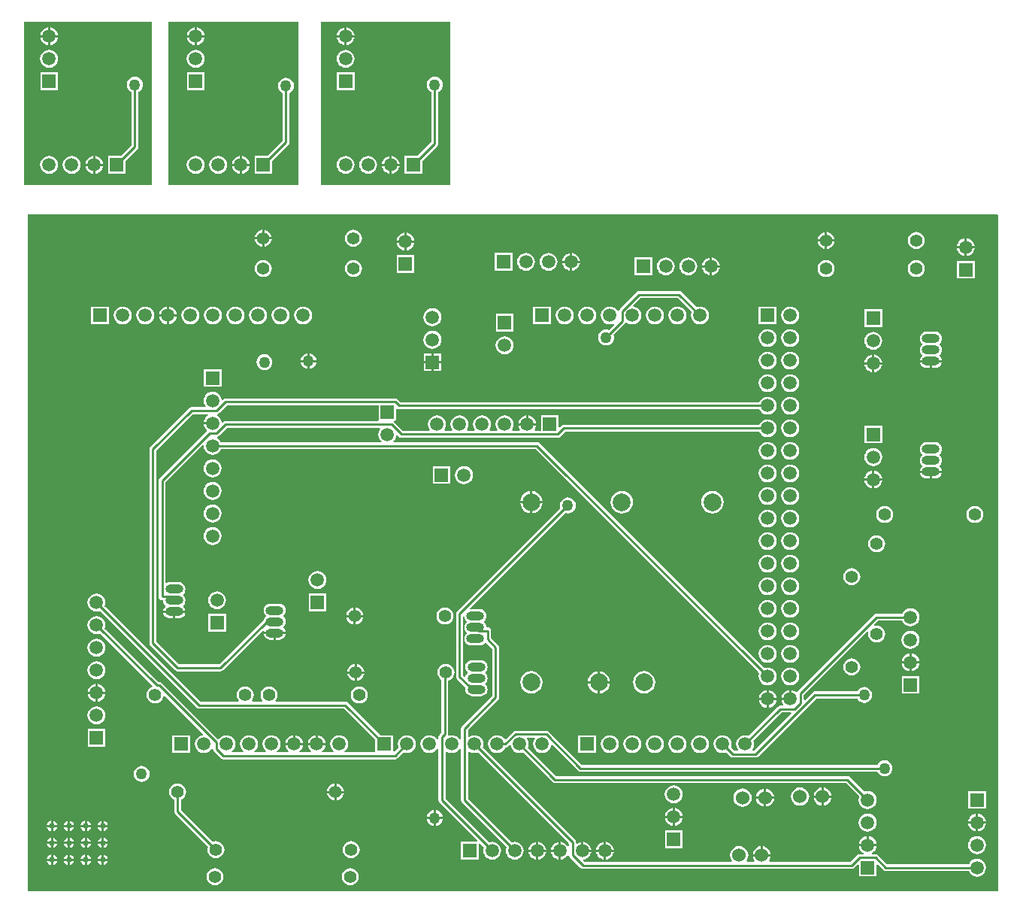
<source format=gbl>
G04 Layer_Physical_Order=2*
G04 Layer_Color=16711680*
%FSLAX25Y25*%
%MOIN*%
G70*
G01*
G75*
%ADD23C,0.01000*%
%ADD24C,0.05905*%
%ADD25R,0.05905X0.05905*%
%ADD26C,0.05512*%
%ADD27R,0.05905X0.05905*%
%ADD28O,0.07874X0.04000*%
%ADD29O,0.07874X0.04000*%
%ADD30C,0.07874*%
%ADD31O,0.07874X0.03937*%
%ADD32O,0.07874X0.03937*%
%ADD33O,0.07874X0.03930*%
%ADD34O,0.07874X0.03930*%
%ADD35C,0.06000*%
%ADD36C,0.05000*%
%ADD37C,0.02598*%
G36*
X162500Y422500D02*
X106000D01*
Y495000D01*
X162500D01*
Y422500D01*
D02*
G37*
G36*
X227500D02*
X170000D01*
Y495000D01*
X227500D01*
Y422500D01*
D02*
G37*
G36*
X295000D02*
X237500D01*
Y495000D01*
X295000D01*
Y422500D01*
D02*
G37*
G36*
X538000Y409000D02*
Y110000D01*
X537500Y109500D01*
X107500D01*
Y409500D01*
X537500D01*
X538000Y409000D01*
D02*
G37*
%LPC*%
G36*
X117000Y482487D02*
X115968Y482351D01*
X115007Y481953D01*
X114181Y481319D01*
X113547Y480493D01*
X113149Y479532D01*
X113013Y478500D01*
X113149Y477468D01*
X113547Y476507D01*
X114181Y475681D01*
X115007Y475047D01*
X115968Y474649D01*
X117000Y474513D01*
X118032Y474649D01*
X118993Y475047D01*
X119819Y475681D01*
X120453Y476507D01*
X120851Y477468D01*
X120987Y478500D01*
X120851Y479532D01*
X120453Y480493D01*
X119819Y481319D01*
X118993Y481953D01*
X118032Y482351D01*
X117000Y482487D01*
D02*
G37*
G36*
X116500Y488000D02*
X113079D01*
X113149Y487468D01*
X113547Y486507D01*
X114181Y485681D01*
X115007Y485047D01*
X115968Y484649D01*
X116500Y484579D01*
Y488000D01*
D02*
G37*
G36*
X137500Y435421D02*
Y432000D01*
X140921D01*
X140851Y432532D01*
X140453Y433493D01*
X139819Y434319D01*
X138993Y434953D01*
X138032Y435351D01*
X137500Y435421D01*
D02*
G37*
G36*
X120953Y472453D02*
X113047D01*
Y464547D01*
X120953D01*
Y472453D01*
D02*
G37*
G36*
X117500Y492421D02*
Y489000D01*
X120921D01*
X120851Y489532D01*
X120453Y490493D01*
X119819Y491319D01*
X118993Y491953D01*
X118032Y492351D01*
X117500Y492421D01*
D02*
G37*
G36*
X120921Y488000D02*
X117500D01*
Y484579D01*
X118032Y484649D01*
X118993Y485047D01*
X119819Y485681D01*
X120453Y486507D01*
X120851Y487468D01*
X120921Y488000D01*
D02*
G37*
G36*
X116500Y492421D02*
X115968Y492351D01*
X115007Y491953D01*
X114181Y491319D01*
X113547Y490493D01*
X113149Y489532D01*
X113079Y489000D01*
X116500D01*
Y492421D01*
D02*
G37*
G36*
X155000Y470530D02*
X154086Y470410D01*
X153235Y470057D01*
X152504Y469496D01*
X151943Y468765D01*
X151590Y467914D01*
X151470Y467000D01*
X151590Y466086D01*
X151943Y465235D01*
X152504Y464504D01*
X153235Y463943D01*
X153471Y463845D01*
Y440133D01*
X148790Y435453D01*
X143047D01*
Y427547D01*
X150953D01*
Y433290D01*
X156081Y438419D01*
X156413Y438915D01*
X156529Y439500D01*
Y463845D01*
X156765Y463943D01*
X157496Y464504D01*
X158057Y465235D01*
X158410Y466086D01*
X158530Y467000D01*
X158410Y467914D01*
X158057Y468765D01*
X157496Y469496D01*
X156765Y470057D01*
X155914Y470410D01*
X155000Y470530D01*
D02*
G37*
G36*
X127000Y435487D02*
X125968Y435351D01*
X125007Y434953D01*
X124181Y434319D01*
X123547Y433493D01*
X123149Y432532D01*
X123013Y431500D01*
X123149Y430468D01*
X123547Y429507D01*
X124181Y428681D01*
X125007Y428047D01*
X125968Y427649D01*
X127000Y427513D01*
X128032Y427649D01*
X128993Y428047D01*
X129819Y428681D01*
X130453Y429507D01*
X130851Y430468D01*
X130987Y431500D01*
X130851Y432532D01*
X130453Y433493D01*
X129819Y434319D01*
X128993Y434953D01*
X128032Y435351D01*
X127000Y435487D01*
D02*
G37*
G36*
X117000D02*
X115968Y435351D01*
X115007Y434953D01*
X114181Y434319D01*
X113547Y433493D01*
X113149Y432532D01*
X113013Y431500D01*
X113149Y430468D01*
X113547Y429507D01*
X114181Y428681D01*
X115007Y428047D01*
X115968Y427649D01*
X117000Y427513D01*
X118032Y427649D01*
X118993Y428047D01*
X119819Y428681D01*
X120453Y429507D01*
X120851Y430468D01*
X120987Y431500D01*
X120851Y432532D01*
X120453Y433493D01*
X119819Y434319D01*
X118993Y434953D01*
X118032Y435351D01*
X117000Y435487D01*
D02*
G37*
G36*
X136500Y435421D02*
X135968Y435351D01*
X135007Y434953D01*
X134181Y434319D01*
X133547Y433493D01*
X133149Y432532D01*
X133079Y432000D01*
X136500D01*
Y435421D01*
D02*
G37*
G36*
Y431000D02*
X133079D01*
X133149Y430468D01*
X133547Y429507D01*
X134181Y428681D01*
X135007Y428047D01*
X135968Y427649D01*
X136500Y427579D01*
Y431000D01*
D02*
G37*
G36*
X140921D02*
X137500D01*
Y427579D01*
X138032Y427649D01*
X138993Y428047D01*
X139819Y428681D01*
X140453Y429507D01*
X140851Y430468D01*
X140921Y431000D01*
D02*
G37*
G36*
X182000Y482487D02*
X180968Y482351D01*
X180007Y481953D01*
X179181Y481319D01*
X178547Y480493D01*
X178149Y479532D01*
X178013Y478500D01*
X178149Y477468D01*
X178547Y476507D01*
X179181Y475681D01*
X180007Y475047D01*
X180968Y474649D01*
X182000Y474513D01*
X183032Y474649D01*
X183993Y475047D01*
X184819Y475681D01*
X185453Y476507D01*
X185851Y477468D01*
X185987Y478500D01*
X185851Y479532D01*
X185453Y480493D01*
X184819Y481319D01*
X183993Y481953D01*
X183032Y482351D01*
X182000Y482487D01*
D02*
G37*
G36*
X202500Y435421D02*
Y432000D01*
X205921D01*
X205851Y432532D01*
X205453Y433493D01*
X204819Y434319D01*
X203993Y434953D01*
X203032Y435351D01*
X202500Y435421D01*
D02*
G37*
G36*
X185953Y472453D02*
X178047D01*
Y464547D01*
X185953D01*
Y472453D01*
D02*
G37*
G36*
X181500Y488000D02*
X178079D01*
X178149Y487468D01*
X178547Y486507D01*
X179181Y485681D01*
X180007Y485047D01*
X180968Y484649D01*
X181500Y484579D01*
Y488000D01*
D02*
G37*
G36*
Y492421D02*
X180968Y492351D01*
X180007Y491953D01*
X179181Y491319D01*
X178547Y490493D01*
X178149Y489532D01*
X178079Y489000D01*
X181500D01*
Y492421D01*
D02*
G37*
G36*
X182500D02*
Y489000D01*
X185921D01*
X185851Y489532D01*
X185453Y490493D01*
X184819Y491319D01*
X183993Y491953D01*
X183032Y492351D01*
X182500Y492421D01*
D02*
G37*
G36*
X185921Y488000D02*
X182500D01*
Y484579D01*
X183032Y484649D01*
X183993Y485047D01*
X184819Y485681D01*
X185453Y486507D01*
X185851Y487468D01*
X185921Y488000D01*
D02*
G37*
G36*
X192000Y435487D02*
X190968Y435351D01*
X190007Y434953D01*
X189181Y434319D01*
X188547Y433493D01*
X188149Y432532D01*
X188013Y431500D01*
X188149Y430468D01*
X188547Y429507D01*
X189181Y428681D01*
X190007Y428047D01*
X190968Y427649D01*
X192000Y427513D01*
X193032Y427649D01*
X193993Y428047D01*
X194819Y428681D01*
X195453Y429507D01*
X195851Y430468D01*
X195987Y431500D01*
X195851Y432532D01*
X195453Y433493D01*
X194819Y434319D01*
X193993Y434953D01*
X193032Y435351D01*
X192000Y435487D01*
D02*
G37*
G36*
X182000D02*
X180968Y435351D01*
X180007Y434953D01*
X179181Y434319D01*
X178547Y433493D01*
X178149Y432532D01*
X178013Y431500D01*
X178149Y430468D01*
X178547Y429507D01*
X179181Y428681D01*
X180007Y428047D01*
X180968Y427649D01*
X182000Y427513D01*
X183032Y427649D01*
X183993Y428047D01*
X184819Y428681D01*
X185453Y429507D01*
X185851Y430468D01*
X185987Y431500D01*
X185851Y432532D01*
X185453Y433493D01*
X184819Y434319D01*
X183993Y434953D01*
X183032Y435351D01*
X182000Y435487D01*
D02*
G37*
G36*
X222000Y470030D02*
X221086Y469910D01*
X220235Y469557D01*
X219504Y468996D01*
X218943Y468265D01*
X218590Y467414D01*
X218470Y466500D01*
X218590Y465586D01*
X218943Y464735D01*
X219504Y464004D01*
X220235Y463443D01*
X220471Y463345D01*
Y442134D01*
X213790Y435453D01*
X208047D01*
Y427547D01*
X215953D01*
Y433290D01*
X223081Y440419D01*
X223413Y440915D01*
X223529Y441500D01*
Y463345D01*
X223765Y463443D01*
X224496Y464004D01*
X225057Y464735D01*
X225410Y465586D01*
X225530Y466500D01*
X225410Y467414D01*
X225057Y468265D01*
X224496Y468996D01*
X223765Y469557D01*
X222914Y469910D01*
X222000Y470030D01*
D02*
G37*
G36*
X205921Y431000D02*
X202500D01*
Y427579D01*
X203032Y427649D01*
X203993Y428047D01*
X204819Y428681D01*
X205453Y429507D01*
X205851Y430468D01*
X205921Y431000D01*
D02*
G37*
G36*
X201500Y435421D02*
X200968Y435351D01*
X200007Y434953D01*
X199181Y434319D01*
X198547Y433493D01*
X198149Y432532D01*
X198079Y432000D01*
X201500D01*
Y435421D01*
D02*
G37*
G36*
Y431000D02*
X198079D01*
X198149Y430468D01*
X198547Y429507D01*
X199181Y428681D01*
X200007Y428047D01*
X200968Y427649D01*
X201500Y427579D01*
Y431000D01*
D02*
G37*
G36*
X252453Y472453D02*
X244547D01*
Y464547D01*
X252453D01*
Y472453D01*
D02*
G37*
G36*
X248500Y482487D02*
X247468Y482351D01*
X246507Y481953D01*
X245681Y481319D01*
X245047Y480493D01*
X244649Y479532D01*
X244513Y478500D01*
X244649Y477468D01*
X245047Y476507D01*
X245681Y475681D01*
X246507Y475047D01*
X247468Y474649D01*
X248500Y474513D01*
X249532Y474649D01*
X250493Y475047D01*
X251319Y475681D01*
X251953Y476507D01*
X252351Y477468D01*
X252487Y478500D01*
X252351Y479532D01*
X251953Y480493D01*
X251319Y481319D01*
X250493Y481953D01*
X249532Y482351D01*
X248500Y482487D01*
D02*
G37*
G36*
X269000Y435421D02*
Y432000D01*
X272421D01*
X272351Y432532D01*
X271953Y433493D01*
X271319Y434319D01*
X270493Y434953D01*
X269532Y435351D01*
X269000Y435421D01*
D02*
G37*
G36*
X248000Y492421D02*
X247468Y492351D01*
X246507Y491953D01*
X245681Y491319D01*
X245047Y490493D01*
X244649Y489532D01*
X244579Y489000D01*
X248000D01*
Y492421D01*
D02*
G37*
G36*
X249000D02*
Y489000D01*
X252421D01*
X252351Y489532D01*
X251953Y490493D01*
X251319Y491319D01*
X250493Y491953D01*
X249532Y492351D01*
X249000Y492421D01*
D02*
G37*
G36*
X248000Y488000D02*
X244579D01*
X244649Y487468D01*
X245047Y486507D01*
X245681Y485681D01*
X246507Y485047D01*
X247468Y484649D01*
X248000Y484579D01*
Y488000D01*
D02*
G37*
G36*
X252421D02*
X249000D01*
Y484579D01*
X249532Y484649D01*
X250493Y485047D01*
X251319Y485681D01*
X251953Y486507D01*
X252351Y487468D01*
X252421Y488000D01*
D02*
G37*
G36*
X248500Y435487D02*
X247468Y435351D01*
X246507Y434953D01*
X245681Y434319D01*
X245047Y433493D01*
X244649Y432532D01*
X244513Y431500D01*
X244649Y430468D01*
X245047Y429507D01*
X245681Y428681D01*
X246507Y428047D01*
X247468Y427649D01*
X248500Y427513D01*
X249532Y427649D01*
X250493Y428047D01*
X251319Y428681D01*
X251953Y429507D01*
X252351Y430468D01*
X252487Y431500D01*
X252351Y432532D01*
X251953Y433493D01*
X251319Y434319D01*
X250493Y434953D01*
X249532Y435351D01*
X248500Y435487D01*
D02*
G37*
G36*
X258500D02*
X257468Y435351D01*
X256507Y434953D01*
X255681Y434319D01*
X255047Y433493D01*
X254649Y432532D01*
X254513Y431500D01*
X254649Y430468D01*
X255047Y429507D01*
X255681Y428681D01*
X256507Y428047D01*
X257468Y427649D01*
X258500Y427513D01*
X259532Y427649D01*
X260493Y428047D01*
X261319Y428681D01*
X261953Y429507D01*
X262351Y430468D01*
X262487Y431500D01*
X262351Y432532D01*
X261953Y433493D01*
X261319Y434319D01*
X260493Y434953D01*
X259532Y435351D01*
X258500Y435487D01*
D02*
G37*
G36*
X272421Y431000D02*
X269000D01*
Y427579D01*
X269532Y427649D01*
X270493Y428047D01*
X271319Y428681D01*
X271953Y429507D01*
X272351Y430468D01*
X272421Y431000D01*
D02*
G37*
G36*
X268000Y435421D02*
X267468Y435351D01*
X266507Y434953D01*
X265681Y434319D01*
X265047Y433493D01*
X264649Y432532D01*
X264579Y432000D01*
X268000D01*
Y435421D01*
D02*
G37*
G36*
X288000Y470530D02*
X287086Y470410D01*
X286235Y470057D01*
X285504Y469496D01*
X284943Y468765D01*
X284590Y467914D01*
X284470Y467000D01*
X284590Y466086D01*
X284943Y465235D01*
X285504Y464504D01*
X286235Y463943D01*
X286471Y463845D01*
Y441634D01*
X280290Y435453D01*
X274547D01*
Y427547D01*
X282453D01*
Y433290D01*
X289081Y439919D01*
X289413Y440415D01*
X289529Y441000D01*
Y463845D01*
X289765Y463943D01*
X290496Y464504D01*
X291057Y465235D01*
X291410Y466086D01*
X291530Y467000D01*
X291410Y467914D01*
X291057Y468765D01*
X290496Y469496D01*
X289765Y470057D01*
X288914Y470410D01*
X288000Y470530D01*
D02*
G37*
G36*
X268000Y431000D02*
X264579D01*
X264649Y430468D01*
X265047Y429507D01*
X265681Y428681D01*
X266507Y428047D01*
X267468Y427649D01*
X268000Y427579D01*
Y431000D01*
D02*
G37*
G36*
X138000Y191487D02*
X136968Y191351D01*
X136007Y190953D01*
X135181Y190319D01*
X134547Y189493D01*
X134149Y188532D01*
X134013Y187500D01*
X134149Y186468D01*
X134547Y185507D01*
X135181Y184681D01*
X136007Y184047D01*
X136968Y183649D01*
X138000Y183513D01*
X139032Y183649D01*
X139993Y184047D01*
X140819Y184681D01*
X141453Y185507D01*
X141851Y186468D01*
X141987Y187500D01*
X141851Y188532D01*
X141453Y189493D01*
X140819Y190319D01*
X139993Y190953D01*
X139032Y191351D01*
X138000Y191487D01*
D02*
G37*
G36*
X337486Y180684D02*
X323798D01*
X323212Y180568D01*
X322716Y180236D01*
X319486Y177006D01*
X318823Y177050D01*
X318461Y177521D01*
X317635Y178155D01*
X316674Y178553D01*
X315642Y178689D01*
X314610Y178553D01*
X313649Y178155D01*
X312823Y177521D01*
X312189Y176695D01*
X311791Y175734D01*
X311655Y174702D01*
X311791Y173670D01*
X312189Y172709D01*
X312823Y171883D01*
X313649Y171249D01*
X314610Y170851D01*
X315642Y170715D01*
X316674Y170851D01*
X317635Y171249D01*
X318461Y171883D01*
X319095Y172709D01*
X319287Y173173D01*
X319345D01*
X319930Y173289D01*
X320426Y173621D01*
X321192Y174387D01*
X321720Y174207D01*
X321791Y173670D01*
X322189Y172709D01*
X322823Y171883D01*
X323649Y171249D01*
X324610Y170851D01*
X325642Y170715D01*
X326674Y170851D01*
X327138Y171043D01*
X340263Y157919D01*
X340759Y157587D01*
X341344Y157471D01*
X470366D01*
X476341Y151496D01*
X476149Y151032D01*
X476013Y150000D01*
X476149Y148968D01*
X476547Y148007D01*
X477181Y147181D01*
X478007Y146547D01*
X478968Y146149D01*
X480000Y146013D01*
X481032Y146149D01*
X481993Y146547D01*
X482819Y147181D01*
X483453Y148007D01*
X483851Y148968D01*
X483987Y150000D01*
X483851Y151032D01*
X483453Y151993D01*
X482819Y152819D01*
X481993Y153453D01*
X481032Y153851D01*
X480000Y153987D01*
X478968Y153851D01*
X478504Y153659D01*
X472081Y160081D01*
X471585Y160413D01*
X471000Y160529D01*
X341978D01*
X329301Y173206D01*
X329493Y173670D01*
X329629Y174702D01*
X329493Y175734D01*
X329095Y176695D01*
X328765Y177125D01*
X329011Y177625D01*
X332273D01*
X332519Y177125D01*
X332189Y176695D01*
X331791Y175734D01*
X331655Y174702D01*
X331791Y173670D01*
X332189Y172709D01*
X332823Y171883D01*
X333649Y171249D01*
X334610Y170851D01*
X335642Y170715D01*
X336674Y170851D01*
X337635Y171249D01*
X338461Y171883D01*
X339095Y172709D01*
X339493Y173670D01*
X339564Y174207D01*
X340092Y174387D01*
X351560Y162919D01*
X352056Y162587D01*
X352641Y162471D01*
X484345D01*
X484443Y162235D01*
X485004Y161504D01*
X485735Y160943D01*
X486586Y160590D01*
X487500Y160470D01*
X488414Y160590D01*
X489265Y160943D01*
X489996Y161504D01*
X490557Y162235D01*
X490910Y163086D01*
X491030Y164000D01*
X490910Y164914D01*
X490557Y165765D01*
X489996Y166496D01*
X489265Y167057D01*
X488414Y167410D01*
X487500Y167530D01*
X486586Y167410D01*
X485735Y167057D01*
X485004Y166496D01*
X484443Y165765D01*
X484345Y165529D01*
X353275D01*
X338568Y180236D01*
X338072Y180568D01*
X337486Y180684D01*
D02*
G37*
G36*
X439563Y194202D02*
X436142D01*
Y190781D01*
X436674Y190851D01*
X437635Y191249D01*
X438461Y191883D01*
X439095Y192709D01*
X439493Y193670D01*
X439563Y194202D01*
D02*
G37*
G36*
X435142D02*
X431721D01*
X431791Y193670D01*
X432189Y192709D01*
X432823Y191883D01*
X433649Y191249D01*
X434610Y190851D01*
X435142Y190781D01*
Y194202D01*
D02*
G37*
G36*
X236142Y178623D02*
Y175202D01*
X239563D01*
X239493Y175734D01*
X239095Y176695D01*
X238461Y177521D01*
X237635Y178155D01*
X236674Y178553D01*
X236142Y178623D01*
D02*
G37*
G36*
X225142D02*
X224610Y178553D01*
X223649Y178155D01*
X222823Y177521D01*
X222189Y176695D01*
X221791Y175734D01*
X221721Y175202D01*
X225142D01*
Y178623D01*
D02*
G37*
G36*
X235142D02*
X234610Y178553D01*
X233649Y178155D01*
X232823Y177521D01*
X232189Y176695D01*
X231791Y175734D01*
X231721Y175202D01*
X235142D01*
Y178623D01*
D02*
G37*
G36*
X226142D02*
Y175202D01*
X229563D01*
X229493Y175734D01*
X229095Y176695D01*
X228461Y177521D01*
X227635Y178155D01*
X226674Y178553D01*
X226142Y178623D01*
D02*
G37*
G36*
X141953Y181453D02*
X134047D01*
Y173547D01*
X141953D01*
Y181453D01*
D02*
G37*
G36*
X254500Y200288D02*
X253520Y200159D01*
X252606Y199781D01*
X251821Y199179D01*
X251219Y198394D01*
X250841Y197480D01*
X250712Y196500D01*
X250841Y195519D01*
X251219Y194606D01*
X251821Y193821D01*
X252606Y193219D01*
X253520Y192841D01*
X254500Y192712D01*
X255481Y192841D01*
X256394Y193219D01*
X257179Y193821D01*
X257781Y194606D01*
X258159Y195519D01*
X258288Y196500D01*
X258159Y197480D01*
X257781Y198394D01*
X257179Y199179D01*
X256394Y199781D01*
X255481Y200159D01*
X254500Y200288D01*
D02*
G37*
G36*
X330842Y207058D02*
X329554Y206889D01*
X328353Y206391D01*
X327321Y205600D01*
X326530Y204569D01*
X326033Y203368D01*
X325863Y202079D01*
X326033Y200790D01*
X326530Y199589D01*
X327321Y198558D01*
X328353Y197766D01*
X329554Y197269D01*
X330842Y197099D01*
X332131Y197269D01*
X333332Y197766D01*
X334364Y198558D01*
X335155Y199589D01*
X335652Y200790D01*
X335822Y202079D01*
X335652Y203368D01*
X335155Y204569D01*
X334364Y205600D01*
X333332Y206391D01*
X332131Y206889D01*
X330842Y207058D01*
D02*
G37*
G36*
X502953Y204953D02*
X495047D01*
Y197047D01*
X502953D01*
Y204953D01*
D02*
G37*
G36*
X365678Y201579D02*
X361264D01*
Y197165D01*
X362053Y197269D01*
X363254Y197766D01*
X364285Y198558D01*
X365076Y199589D01*
X365574Y200790D01*
X365678Y201579D01*
D02*
G37*
G36*
X380842Y207058D02*
X379554Y206889D01*
X378353Y206391D01*
X377321Y205600D01*
X376530Y204569D01*
X376033Y203368D01*
X375863Y202079D01*
X376033Y200790D01*
X376530Y199589D01*
X377321Y198558D01*
X378353Y197766D01*
X379554Y197269D01*
X380842Y197099D01*
X382131Y197269D01*
X383332Y197766D01*
X384364Y198558D01*
X385155Y199589D01*
X385652Y200790D01*
X385822Y202079D01*
X385652Y203368D01*
X385155Y204569D01*
X384364Y205600D01*
X383332Y206391D01*
X382131Y206889D01*
X380842Y207058D01*
D02*
G37*
G36*
X436142Y198623D02*
Y195202D01*
X439563D01*
X439493Y195734D01*
X439095Y196695D01*
X438461Y197521D01*
X437635Y198155D01*
X436674Y198553D01*
X436142Y198623D01*
D02*
G37*
G36*
X141921Y197000D02*
X138500D01*
Y193579D01*
X139032Y193649D01*
X139993Y194047D01*
X140819Y194681D01*
X141453Y195507D01*
X141851Y196468D01*
X141921Y197000D01*
D02*
G37*
G36*
X137500D02*
X134079D01*
X134149Y196468D01*
X134547Y195507D01*
X135181Y194681D01*
X136007Y194047D01*
X136968Y193649D01*
X137500Y193579D01*
Y197000D01*
D02*
G37*
G36*
X445142Y198623D02*
X444610Y198553D01*
X443649Y198155D01*
X442823Y197521D01*
X442189Y196695D01*
X441791Y195734D01*
X441721Y195202D01*
X445142D01*
Y198623D01*
D02*
G37*
G36*
X435142D02*
X434610Y198553D01*
X433649Y198155D01*
X432823Y197521D01*
X432189Y196695D01*
X431791Y195734D01*
X431721Y195202D01*
X435142D01*
Y198623D01*
D02*
G37*
G36*
X138000Y241487D02*
X136968Y241351D01*
X136007Y240953D01*
X135181Y240319D01*
X134547Y239493D01*
X134149Y238532D01*
X134013Y237500D01*
X134149Y236468D01*
X134547Y235507D01*
X135181Y234681D01*
X136007Y234047D01*
X136968Y233649D01*
X138000Y233513D01*
X139032Y233649D01*
X139496Y233841D01*
X182419Y190919D01*
X182915Y190587D01*
X183500Y190471D01*
X247710D01*
X261689Y176492D01*
Y171029D01*
X248170D01*
X248001Y171529D01*
X248461Y171883D01*
X249095Y172709D01*
X249493Y173670D01*
X249629Y174702D01*
X249493Y175734D01*
X249095Y176695D01*
X248461Y177521D01*
X247635Y178155D01*
X246674Y178553D01*
X245642Y178689D01*
X244610Y178553D01*
X243649Y178155D01*
X242823Y177521D01*
X242189Y176695D01*
X241791Y175734D01*
X241655Y174702D01*
X241791Y173670D01*
X242189Y172709D01*
X242823Y171883D01*
X243284Y171529D01*
X243114Y171029D01*
X238170D01*
X238000Y171529D01*
X238461Y171883D01*
X239095Y172709D01*
X239493Y173670D01*
X239563Y174202D01*
X231721D01*
X231791Y173670D01*
X232189Y172709D01*
X232823Y171883D01*
X233283Y171529D01*
X233114Y171029D01*
X228170D01*
X228000Y171529D01*
X228461Y171883D01*
X229095Y172709D01*
X229493Y173670D01*
X229563Y174202D01*
X221721D01*
X221791Y173670D01*
X222189Y172709D01*
X222823Y171883D01*
X223284Y171529D01*
X223114Y171029D01*
X218170D01*
X218001Y171529D01*
X218461Y171883D01*
X219095Y172709D01*
X219493Y173670D01*
X219629Y174702D01*
X219493Y175734D01*
X219095Y176695D01*
X218461Y177521D01*
X217635Y178155D01*
X216674Y178553D01*
X215642Y178689D01*
X214610Y178553D01*
X213649Y178155D01*
X212823Y177521D01*
X212189Y176695D01*
X211791Y175734D01*
X211655Y174702D01*
X211791Y173670D01*
X212189Y172709D01*
X212823Y171883D01*
X213283Y171529D01*
X213114Y171029D01*
X208170D01*
X208000Y171529D01*
X208461Y171883D01*
X209095Y172709D01*
X209493Y173670D01*
X209629Y174702D01*
X209493Y175734D01*
X209095Y176695D01*
X208461Y177521D01*
X207635Y178155D01*
X206674Y178553D01*
X205642Y178689D01*
X204610Y178553D01*
X203649Y178155D01*
X202823Y177521D01*
X202189Y176695D01*
X201791Y175734D01*
X201655Y174702D01*
X201791Y173670D01*
X202189Y172709D01*
X202823Y171883D01*
X203284Y171529D01*
X203114Y171029D01*
X198170D01*
X198001Y171529D01*
X198461Y171883D01*
X199095Y172709D01*
X199493Y173670D01*
X199629Y174702D01*
X199493Y175734D01*
X199095Y176695D01*
X198461Y177521D01*
X197635Y178155D01*
X196674Y178553D01*
X195642Y178689D01*
X194610Y178553D01*
X193649Y178155D01*
X192823Y177521D01*
X192461Y177050D01*
X191798Y177006D01*
X166967Y201837D01*
X166471Y202169D01*
X165885Y202285D01*
X165378D01*
X141659Y226004D01*
X141851Y226468D01*
X141987Y227500D01*
X141851Y228532D01*
X141453Y229493D01*
X140819Y230319D01*
X139993Y230953D01*
X139032Y231351D01*
X138000Y231487D01*
X136968Y231351D01*
X136007Y230953D01*
X135181Y230319D01*
X134547Y229493D01*
X134149Y228532D01*
X134013Y227500D01*
X134149Y226468D01*
X134547Y225507D01*
X135181Y224681D01*
X136007Y224047D01*
X136968Y223649D01*
X138000Y223513D01*
X139032Y223649D01*
X139496Y223841D01*
X162749Y200588D01*
X162631Y199998D01*
X162106Y199781D01*
X161321Y199179D01*
X160719Y198394D01*
X160341Y197480D01*
X160212Y196500D01*
X160341Y195519D01*
X160719Y194606D01*
X161321Y193821D01*
X162106Y193219D01*
X163020Y192841D01*
X164000Y192712D01*
X164980Y192841D01*
X165894Y193219D01*
X166679Y193821D01*
X167281Y194606D01*
X167659Y195519D01*
X167728Y196043D01*
X168256Y196222D01*
X185327Y179152D01*
X185147Y178624D01*
X184610Y178553D01*
X183649Y178155D01*
X182823Y177521D01*
X182189Y176695D01*
X181791Y175734D01*
X181655Y174702D01*
X181791Y173670D01*
X182189Y172709D01*
X182823Y171883D01*
X183649Y171249D01*
X184610Y170851D01*
X185642Y170715D01*
X186674Y170851D01*
X187635Y171249D01*
X188461Y171883D01*
X189095Y172709D01*
X189160Y172866D01*
X189660Y172766D01*
Y172547D01*
X189776Y171962D01*
X190108Y171465D01*
X193155Y168419D01*
X193651Y168087D01*
X194236Y167971D01*
X270440D01*
X271025Y168087D01*
X271521Y168419D01*
X274146Y171043D01*
X274610Y170851D01*
X275642Y170715D01*
X276674Y170851D01*
X277635Y171249D01*
X278461Y171883D01*
X279095Y172709D01*
X279493Y173670D01*
X279629Y174702D01*
X279493Y175734D01*
X279095Y176695D01*
X278461Y177521D01*
X277635Y178155D01*
X276674Y178553D01*
X275642Y178689D01*
X274610Y178553D01*
X273649Y178155D01*
X272823Y177521D01*
X272189Y176695D01*
X271791Y175734D01*
X271655Y174702D01*
X271791Y173670D01*
X271983Y173206D01*
X270095Y171318D01*
X269595Y171525D01*
Y178655D01*
X263852D01*
X249425Y193081D01*
X248929Y193413D01*
X248344Y193529D01*
X217585D01*
X217338Y194029D01*
X217781Y194606D01*
X218159Y195519D01*
X218288Y196500D01*
X218159Y197480D01*
X217781Y198394D01*
X217179Y199179D01*
X216394Y199781D01*
X215480Y200159D01*
X214500Y200288D01*
X213520Y200159D01*
X212606Y199781D01*
X211821Y199179D01*
X211219Y198394D01*
X210841Y197480D01*
X210712Y196500D01*
X210841Y195519D01*
X211219Y194606D01*
X211662Y194029D01*
X211415Y193529D01*
X207085D01*
X206838Y194029D01*
X207281Y194606D01*
X207659Y195519D01*
X207788Y196500D01*
X207659Y197480D01*
X207281Y198394D01*
X206679Y199179D01*
X205894Y199781D01*
X204980Y200159D01*
X204000Y200288D01*
X203019Y200159D01*
X202106Y199781D01*
X201321Y199179D01*
X200719Y198394D01*
X200341Y197480D01*
X200212Y196500D01*
X200341Y195519D01*
X200719Y194606D01*
X201162Y194029D01*
X200915Y193529D01*
X184134D01*
X141659Y236004D01*
X141851Y236468D01*
X141987Y237500D01*
X141851Y238532D01*
X141453Y239493D01*
X140819Y240319D01*
X139993Y240953D01*
X139032Y241351D01*
X138000Y241487D01*
D02*
G37*
G36*
X247723Y153000D02*
X244500D01*
Y149777D01*
X244981Y149841D01*
X245894Y150219D01*
X246679Y150821D01*
X247281Y151606D01*
X247659Y152520D01*
X247723Y153000D01*
D02*
G37*
G36*
X243500D02*
X240278D01*
X240341Y152520D01*
X240719Y151606D01*
X241321Y150821D01*
X242106Y150219D01*
X243020Y149841D01*
X243500Y149777D01*
Y153000D01*
D02*
G37*
G36*
X434000Y154969D02*
X433456Y154897D01*
X432483Y154494D01*
X431647Y153853D01*
X431006Y153017D01*
X430603Y152044D01*
X430531Y151500D01*
X434000D01*
Y154969D01*
D02*
G37*
G36*
X459500Y155469D02*
X458956Y155397D01*
X457983Y154994D01*
X457147Y154353D01*
X456506Y153517D01*
X456103Y152544D01*
X456031Y152000D01*
X459500D01*
Y155469D01*
D02*
G37*
G36*
X435000Y154969D02*
Y151500D01*
X438469D01*
X438397Y152044D01*
X437994Y153017D01*
X437353Y153853D01*
X436517Y154494D01*
X435544Y154897D01*
X435000Y154969D01*
D02*
G37*
G36*
X394000Y156487D02*
X392968Y156351D01*
X392007Y155953D01*
X391181Y155319D01*
X390547Y154493D01*
X390149Y153532D01*
X390013Y152500D01*
X390149Y151468D01*
X390547Y150507D01*
X391181Y149681D01*
X392007Y149047D01*
X392968Y148649D01*
X394000Y148513D01*
X395032Y148649D01*
X395993Y149047D01*
X396819Y149681D01*
X397453Y150507D01*
X397851Y151468D01*
X397987Y152500D01*
X397851Y153532D01*
X397453Y154493D01*
X396819Y155319D01*
X395993Y155953D01*
X395032Y156351D01*
X394000Y156487D01*
D02*
G37*
G36*
X438469Y150500D02*
X435000D01*
Y147031D01*
X435544Y147103D01*
X436517Y147506D01*
X437353Y148147D01*
X437994Y148983D01*
X438397Y149956D01*
X438469Y150500D01*
D02*
G37*
G36*
X434000D02*
X430531D01*
X430603Y149956D01*
X431006Y148983D01*
X431647Y148147D01*
X432483Y147506D01*
X433456Y147103D01*
X434000Y147031D01*
Y150500D01*
D02*
G37*
G36*
X450000Y155535D02*
X448956Y155397D01*
X447983Y154994D01*
X447147Y154353D01*
X446506Y153517D01*
X446103Y152544D01*
X445965Y151500D01*
X446103Y150456D01*
X446506Y149483D01*
X447147Y148647D01*
X447983Y148006D01*
X448956Y147603D01*
X450000Y147466D01*
X451044Y147603D01*
X452017Y148006D01*
X452853Y148647D01*
X453494Y149483D01*
X453897Y150456D01*
X454035Y151500D01*
X453897Y152544D01*
X453494Y153517D01*
X452853Y154353D01*
X452017Y154994D01*
X451044Y155397D01*
X450000Y155535D01*
D02*
G37*
G36*
X463969Y151000D02*
X460500D01*
Y147531D01*
X461044Y147603D01*
X462017Y148006D01*
X462853Y148647D01*
X463494Y149483D01*
X463897Y150456D01*
X463969Y151000D01*
D02*
G37*
G36*
X459500D02*
X456031D01*
X456103Y150456D01*
X456506Y149483D01*
X457147Y148647D01*
X457983Y148006D01*
X458956Y147603D01*
X459500Y147531D01*
Y151000D01*
D02*
G37*
G36*
X395642Y178689D02*
X394610Y178553D01*
X393649Y178155D01*
X392823Y177521D01*
X392189Y176695D01*
X391791Y175734D01*
X391655Y174702D01*
X391791Y173670D01*
X392189Y172709D01*
X392823Y171883D01*
X393649Y171249D01*
X394610Y170851D01*
X395642Y170715D01*
X396674Y170851D01*
X397635Y171249D01*
X398461Y171883D01*
X399095Y172709D01*
X399493Y173670D01*
X399629Y174702D01*
X399493Y175734D01*
X399095Y176695D01*
X398461Y177521D01*
X397635Y178155D01*
X396674Y178553D01*
X395642Y178689D01*
D02*
G37*
G36*
X385642D02*
X384610Y178553D01*
X383649Y178155D01*
X382823Y177521D01*
X382189Y176695D01*
X381791Y175734D01*
X381655Y174702D01*
X381791Y173670D01*
X382189Y172709D01*
X382823Y171883D01*
X383649Y171249D01*
X384610Y170851D01*
X385642Y170715D01*
X386674Y170851D01*
X387635Y171249D01*
X388461Y171883D01*
X389095Y172709D01*
X389493Y173670D01*
X389629Y174702D01*
X389493Y175734D01*
X389095Y176695D01*
X388461Y177521D01*
X387635Y178155D01*
X386674Y178553D01*
X385642Y178689D01*
D02*
G37*
G36*
X405642D02*
X404610Y178553D01*
X403649Y178155D01*
X402823Y177521D01*
X402189Y176695D01*
X401791Y175734D01*
X401655Y174702D01*
X401791Y173670D01*
X402189Y172709D01*
X402823Y171883D01*
X403649Y171249D01*
X404610Y170851D01*
X405642Y170715D01*
X406674Y170851D01*
X407635Y171249D01*
X408461Y171883D01*
X409095Y172709D01*
X409493Y173670D01*
X409629Y174702D01*
X409493Y175734D01*
X409095Y176695D01*
X408461Y177521D01*
X407635Y178155D01*
X406674Y178553D01*
X405642Y178689D01*
D02*
G37*
G36*
X359595Y178655D02*
X351689D01*
Y170749D01*
X359595D01*
Y178655D01*
D02*
G37*
G36*
X179595D02*
X171689D01*
Y170749D01*
X179595D01*
Y178655D01*
D02*
G37*
G36*
X375642Y178689D02*
X374610Y178553D01*
X373649Y178155D01*
X372823Y177521D01*
X372189Y176695D01*
X371791Y175734D01*
X371655Y174702D01*
X371791Y173670D01*
X372189Y172709D01*
X372823Y171883D01*
X373649Y171249D01*
X374610Y170851D01*
X375642Y170715D01*
X376674Y170851D01*
X377635Y171249D01*
X378461Y171883D01*
X379095Y172709D01*
X379493Y173670D01*
X379629Y174702D01*
X379493Y175734D01*
X379095Y176695D01*
X378461Y177521D01*
X377635Y178155D01*
X376674Y178553D01*
X375642Y178689D01*
D02*
G37*
G36*
X243500Y157222D02*
X243020Y157159D01*
X242106Y156781D01*
X241321Y156179D01*
X240719Y155394D01*
X240341Y154481D01*
X240278Y154000D01*
X243500D01*
Y157222D01*
D02*
G37*
G36*
X460500Y155469D02*
Y152000D01*
X463969D01*
X463897Y152544D01*
X463494Y153517D01*
X462853Y154353D01*
X462017Y154994D01*
X461044Y155397D01*
X460500Y155469D01*
D02*
G37*
G36*
X244500Y157222D02*
Y154000D01*
X247723D01*
X247659Y154481D01*
X247281Y155394D01*
X246679Y156179D01*
X245894Y156781D01*
X244981Y157159D01*
X244500Y157222D01*
D02*
G37*
G36*
X365642Y178689D02*
X364610Y178553D01*
X363649Y178155D01*
X362823Y177521D01*
X362189Y176695D01*
X361791Y175734D01*
X361655Y174702D01*
X361791Y173670D01*
X362189Y172709D01*
X362823Y171883D01*
X363649Y171249D01*
X364610Y170851D01*
X365642Y170715D01*
X366674Y170851D01*
X367635Y171249D01*
X368461Y171883D01*
X369095Y172709D01*
X369493Y173670D01*
X369629Y174702D01*
X369493Y175734D01*
X369095Y176695D01*
X368461Y177521D01*
X367635Y178155D01*
X366674Y178553D01*
X365642Y178689D01*
D02*
G37*
G36*
X158000Y165030D02*
X157086Y164910D01*
X156235Y164557D01*
X155504Y163996D01*
X154943Y163265D01*
X154590Y162414D01*
X154470Y161500D01*
X154590Y160586D01*
X154943Y159735D01*
X155504Y159004D01*
X156235Y158443D01*
X157086Y158090D01*
X158000Y157970D01*
X158914Y158090D01*
X159765Y158443D01*
X160496Y159004D01*
X161057Y159735D01*
X161410Y160586D01*
X161530Y161500D01*
X161410Y162414D01*
X161057Y163265D01*
X160496Y163996D01*
X159765Y164557D01*
X158914Y164910D01*
X158000Y165030D01*
D02*
G37*
G36*
X252000Y231000D02*
X248778D01*
X248841Y230520D01*
X249219Y229606D01*
X249821Y228821D01*
X250606Y228219D01*
X251519Y227841D01*
X252000Y227778D01*
Y231000D01*
D02*
G37*
G36*
X292500Y235288D02*
X291519Y235159D01*
X290606Y234781D01*
X289821Y234179D01*
X289219Y233394D01*
X288841Y232481D01*
X288712Y231500D01*
X288841Y230520D01*
X289219Y229606D01*
X289821Y228821D01*
X290606Y228219D01*
X291519Y227841D01*
X292500Y227712D01*
X293480Y227841D01*
X294394Y228219D01*
X295179Y228821D01*
X295781Y229606D01*
X296159Y230520D01*
X296288Y231500D01*
X296159Y232481D01*
X295781Y233394D01*
X295179Y234179D01*
X294394Y234781D01*
X293480Y235159D01*
X292500Y235288D01*
D02*
G37*
G36*
X256223Y231000D02*
X253000D01*
Y227778D01*
X253481Y227841D01*
X254394Y228219D01*
X255179Y228821D01*
X255781Y229606D01*
X256159Y230520D01*
X256223Y231000D01*
D02*
G37*
G36*
X177397Y233000D02*
X173000D01*
Y230474D01*
X174437D01*
X175220Y230577D01*
X175950Y230879D01*
X176577Y231360D01*
X177058Y231987D01*
X177360Y232717D01*
X177397Y233000D01*
D02*
G37*
G36*
X172000D02*
X167603D01*
X167640Y232717D01*
X167943Y231987D01*
X168423Y231360D01*
X169050Y230879D01*
X169780Y230577D01*
X170563Y230474D01*
X172000D01*
Y233000D01*
D02*
G37*
G36*
X216500Y223500D02*
X212103D01*
X212140Y223217D01*
X212442Y222487D01*
X212923Y221860D01*
X213550Y221379D01*
X214280Y221077D01*
X215063Y220974D01*
X216500D01*
Y223500D01*
D02*
G37*
G36*
X445642Y228689D02*
X444610Y228553D01*
X443649Y228155D01*
X442823Y227521D01*
X442189Y226695D01*
X441791Y225734D01*
X441655Y224702D01*
X441791Y223670D01*
X442189Y222709D01*
X442823Y221883D01*
X443649Y221249D01*
X444610Y220851D01*
X445642Y220715D01*
X446674Y220851D01*
X447635Y221249D01*
X448461Y221883D01*
X449095Y222709D01*
X449493Y223670D01*
X449629Y224702D01*
X449493Y225734D01*
X449095Y226695D01*
X448461Y227521D01*
X447635Y228155D01*
X446674Y228553D01*
X445642Y228689D01*
D02*
G37*
G36*
X221897Y223500D02*
X217500D01*
Y220974D01*
X218937D01*
X219720Y221077D01*
X220450Y221379D01*
X221077Y221860D01*
X221557Y222487D01*
X221860Y223217D01*
X221897Y223500D01*
D02*
G37*
G36*
X499000Y234987D02*
X497968Y234851D01*
X497007Y234453D01*
X496181Y233819D01*
X495547Y232993D01*
X495355Y232529D01*
X484000D01*
X483415Y232413D01*
X482919Y232081D01*
X449013Y198176D01*
X448801Y197858D01*
X448800Y197857D01*
X448277Y197724D01*
X448183Y197735D01*
X447635Y198155D01*
X446674Y198553D01*
X446142Y198623D01*
Y194702D01*
X445642D01*
Y194202D01*
X441721D01*
X441791Y193670D01*
X442189Y192709D01*
X442519Y192279D01*
X442273Y191779D01*
X441189D01*
X440604Y191662D01*
X440108Y191331D01*
X427138Y178361D01*
X426674Y178553D01*
X425642Y178689D01*
X424610Y178553D01*
X423649Y178155D01*
X422823Y177521D01*
X422189Y176695D01*
X421791Y175734D01*
X421655Y174702D01*
X421791Y173670D01*
X422189Y172709D01*
X422519Y172279D01*
X422273Y171779D01*
X420728D01*
X419301Y173206D01*
X419493Y173670D01*
X419629Y174702D01*
X419493Y175734D01*
X419095Y176695D01*
X418461Y177521D01*
X417635Y178155D01*
X416674Y178553D01*
X415642Y178689D01*
X414610Y178553D01*
X413649Y178155D01*
X412823Y177521D01*
X412189Y176695D01*
X411791Y175734D01*
X411655Y174702D01*
X411791Y173670D01*
X412189Y172709D01*
X412823Y171883D01*
X413649Y171249D01*
X414610Y170851D01*
X415642Y170715D01*
X416674Y170851D01*
X417138Y171043D01*
X419013Y169168D01*
X419510Y168836D01*
X420095Y168720D01*
X430315D01*
X430900Y168836D01*
X431396Y169168D01*
X457199Y194971D01*
X475345D01*
X475443Y194735D01*
X476004Y194004D01*
X476735Y193443D01*
X477586Y193090D01*
X478500Y192970D01*
X479414Y193090D01*
X480265Y193443D01*
X480996Y194004D01*
X481557Y194735D01*
X481910Y195586D01*
X482030Y196500D01*
X481910Y197414D01*
X481557Y198265D01*
X480996Y198996D01*
X480265Y199557D01*
X479414Y199910D01*
X478500Y200030D01*
X477586Y199910D01*
X476735Y199557D01*
X476004Y198996D01*
X475443Y198265D01*
X475345Y198029D01*
X456566D01*
X455980Y197913D01*
X455484Y197581D01*
X452086Y194183D01*
X451624Y194375D01*
Y196461D01*
X479910Y224747D01*
X480322Y224492D01*
X480339Y224469D01*
X480212Y223500D01*
X480341Y222519D01*
X480719Y221606D01*
X481321Y220821D01*
X482106Y220219D01*
X483019Y219841D01*
X484000Y219712D01*
X484980Y219841D01*
X485894Y220219D01*
X486679Y220821D01*
X487281Y221606D01*
X487659Y222519D01*
X487788Y223500D01*
X487659Y224481D01*
X487281Y225394D01*
X486679Y226179D01*
X485894Y226781D01*
X484980Y227159D01*
X484000Y227288D01*
X483031Y227161D01*
X483008Y227179D01*
X482753Y227590D01*
X484633Y229471D01*
X495355D01*
X495547Y229007D01*
X496181Y228181D01*
X497007Y227547D01*
X497968Y227149D01*
X499000Y227013D01*
X500032Y227149D01*
X500993Y227547D01*
X501819Y228181D01*
X502453Y229007D01*
X502851Y229968D01*
X502987Y231000D01*
X502851Y232032D01*
X502453Y232993D01*
X501819Y233819D01*
X500993Y234453D01*
X500032Y234851D01*
X499000Y234987D01*
D02*
G37*
G36*
X195453Y232453D02*
X187547D01*
Y224547D01*
X195453D01*
Y232453D01*
D02*
G37*
G36*
X435642Y238689D02*
X434610Y238553D01*
X433649Y238155D01*
X432823Y237521D01*
X432189Y236695D01*
X431791Y235734D01*
X431655Y234702D01*
X431791Y233670D01*
X432189Y232709D01*
X432823Y231883D01*
X433649Y231249D01*
X434610Y230851D01*
X435642Y230715D01*
X436674Y230851D01*
X437635Y231249D01*
X438461Y231883D01*
X439095Y232709D01*
X439493Y233670D01*
X439629Y234702D01*
X439493Y235734D01*
X439095Y236695D01*
X438461Y237521D01*
X437635Y238155D01*
X436674Y238553D01*
X435642Y238689D01*
D02*
G37*
G36*
X445642Y248689D02*
X444610Y248553D01*
X443649Y248155D01*
X442823Y247521D01*
X442189Y246695D01*
X441791Y245734D01*
X441655Y244702D01*
X441791Y243670D01*
X442189Y242709D01*
X442823Y241883D01*
X443649Y241249D01*
X444610Y240851D01*
X445642Y240715D01*
X446674Y240851D01*
X447635Y241249D01*
X448461Y241883D01*
X449095Y242709D01*
X449493Y243670D01*
X449629Y244702D01*
X449493Y245734D01*
X449095Y246695D01*
X448461Y247521D01*
X447635Y248155D01*
X446674Y248553D01*
X445642Y248689D01*
D02*
G37*
G36*
X435642D02*
X434610Y248553D01*
X433649Y248155D01*
X432823Y247521D01*
X432189Y246695D01*
X431791Y245734D01*
X431655Y244702D01*
X431791Y243670D01*
X432189Y242709D01*
X432823Y241883D01*
X433649Y241249D01*
X434610Y240851D01*
X435642Y240715D01*
X436674Y240851D01*
X437635Y241249D01*
X438461Y241883D01*
X439095Y242709D01*
X439493Y243670D01*
X439629Y244702D01*
X439493Y245734D01*
X439095Y246695D01*
X438461Y247521D01*
X437635Y248155D01*
X436674Y248553D01*
X435642Y248689D01*
D02*
G37*
G36*
X236000Y251487D02*
X234968Y251351D01*
X234007Y250953D01*
X233181Y250319D01*
X232547Y249493D01*
X232149Y248532D01*
X232013Y247500D01*
X232149Y246468D01*
X232547Y245507D01*
X233181Y244681D01*
X234007Y244047D01*
X234968Y243649D01*
X236000Y243513D01*
X237032Y243649D01*
X237993Y244047D01*
X238819Y244681D01*
X239453Y245507D01*
X239851Y246468D01*
X239987Y247500D01*
X239851Y248532D01*
X239453Y249493D01*
X238819Y250319D01*
X237993Y250953D01*
X237032Y251351D01*
X236000Y251487D01*
D02*
G37*
G36*
X435642Y258689D02*
X434610Y258553D01*
X433649Y258155D01*
X432823Y257521D01*
X432189Y256695D01*
X431791Y255734D01*
X431655Y254702D01*
X431791Y253670D01*
X432189Y252709D01*
X432823Y251883D01*
X433649Y251249D01*
X434610Y250851D01*
X435642Y250715D01*
X436674Y250851D01*
X437635Y251249D01*
X438461Y251883D01*
X439095Y252709D01*
X439493Y253670D01*
X439629Y254702D01*
X439493Y255734D01*
X439095Y256695D01*
X438461Y257521D01*
X437635Y258155D01*
X436674Y258553D01*
X435642Y258689D01*
D02*
G37*
G36*
X473000Y252788D02*
X472019Y252659D01*
X471106Y252281D01*
X470321Y251679D01*
X469719Y250894D01*
X469341Y249980D01*
X469212Y249000D01*
X469341Y248020D01*
X469719Y247106D01*
X470321Y246321D01*
X471106Y245719D01*
X472019Y245341D01*
X473000Y245212D01*
X473981Y245341D01*
X474894Y245719D01*
X475679Y246321D01*
X476281Y247106D01*
X476659Y248020D01*
X476788Y249000D01*
X476659Y249980D01*
X476281Y250894D01*
X475679Y251679D01*
X474894Y252281D01*
X473981Y252659D01*
X473000Y252788D01*
D02*
G37*
G36*
X252000Y235223D02*
X251519Y235159D01*
X250606Y234781D01*
X249821Y234179D01*
X249219Y233394D01*
X248841Y232481D01*
X248778Y232000D01*
X252000D01*
Y235223D01*
D02*
G37*
G36*
X445642Y238689D02*
X444610Y238553D01*
X443649Y238155D01*
X442823Y237521D01*
X442189Y236695D01*
X441791Y235734D01*
X441655Y234702D01*
X441791Y233670D01*
X442189Y232709D01*
X442823Y231883D01*
X443649Y231249D01*
X444610Y230851D01*
X445642Y230715D01*
X446674Y230851D01*
X447635Y231249D01*
X448461Y231883D01*
X449095Y232709D01*
X449493Y233670D01*
X449629Y234702D01*
X449493Y235734D01*
X449095Y236695D01*
X448461Y237521D01*
X447635Y238155D01*
X446674Y238553D01*
X445642Y238689D01*
D02*
G37*
G36*
X253000Y235223D02*
Y232000D01*
X256223D01*
X256159Y232481D01*
X255781Y233394D01*
X255179Y234179D01*
X254394Y234781D01*
X253481Y235159D01*
X253000Y235223D01*
D02*
G37*
G36*
X191500Y242487D02*
X190468Y242351D01*
X189507Y241953D01*
X188681Y241319D01*
X188047Y240493D01*
X187649Y239532D01*
X187513Y238500D01*
X187649Y237468D01*
X188047Y236507D01*
X188681Y235681D01*
X189507Y235047D01*
X190468Y234649D01*
X191500Y234513D01*
X192532Y234649D01*
X193493Y235047D01*
X194319Y235681D01*
X194953Y236507D01*
X195351Y237468D01*
X195487Y238500D01*
X195351Y239532D01*
X194953Y240493D01*
X194319Y241319D01*
X193493Y241953D01*
X192532Y242351D01*
X191500Y242487D01*
D02*
G37*
G36*
X239953Y241453D02*
X232047D01*
Y233547D01*
X239953D01*
Y241453D01*
D02*
G37*
G36*
X252500Y206000D02*
X249277D01*
X249341Y205520D01*
X249719Y204606D01*
X250321Y203821D01*
X251106Y203219D01*
X252020Y202841D01*
X252500Y202778D01*
Y206000D01*
D02*
G37*
G36*
X361264Y206993D02*
Y202579D01*
X365678D01*
X365574Y203368D01*
X365076Y204569D01*
X364285Y205600D01*
X363254Y206391D01*
X362053Y206889D01*
X361264Y206993D01*
D02*
G37*
G36*
X256722Y206000D02*
X253500D01*
Y202778D01*
X253980Y202841D01*
X254894Y203219D01*
X255679Y203821D01*
X256281Y204606D01*
X256659Y205520D01*
X256722Y206000D01*
D02*
G37*
G36*
X473000Y212788D02*
X472019Y212659D01*
X471106Y212281D01*
X470321Y211679D01*
X469719Y210894D01*
X469341Y209981D01*
X469212Y209000D01*
X469341Y208019D01*
X469719Y207106D01*
X470321Y206321D01*
X471106Y205719D01*
X472019Y205341D01*
X473000Y205212D01*
X473981Y205341D01*
X474894Y205719D01*
X475679Y206321D01*
X476281Y207106D01*
X476659Y208019D01*
X476788Y209000D01*
X476659Y209981D01*
X476281Y210894D01*
X475679Y211679D01*
X474894Y212281D01*
X473981Y212659D01*
X473000Y212788D01*
D02*
G37*
G36*
X138000Y211487D02*
X136968Y211351D01*
X136007Y210953D01*
X135181Y210319D01*
X134547Y209493D01*
X134149Y208532D01*
X134013Y207500D01*
X134149Y206468D01*
X134547Y205507D01*
X135181Y204681D01*
X136007Y204047D01*
X136968Y203649D01*
X138000Y203513D01*
X139032Y203649D01*
X139993Y204047D01*
X140819Y204681D01*
X141453Y205507D01*
X141851Y206468D01*
X141987Y207500D01*
X141851Y208532D01*
X141453Y209493D01*
X140819Y210319D01*
X139993Y210953D01*
X139032Y211351D01*
X138000Y211487D01*
D02*
G37*
G36*
X137500Y201421D02*
X136968Y201351D01*
X136007Y200953D01*
X135181Y200319D01*
X134547Y199493D01*
X134149Y198532D01*
X134079Y198000D01*
X137500D01*
Y201421D01*
D02*
G37*
G36*
X360264Y201579D02*
X355850D01*
X355954Y200790D01*
X356451Y199589D01*
X357243Y198558D01*
X358274Y197766D01*
X359475Y197269D01*
X360264Y197165D01*
Y201579D01*
D02*
G37*
G36*
X138500Y201421D02*
Y198000D01*
X141921D01*
X141851Y198532D01*
X141453Y199493D01*
X140819Y200319D01*
X139993Y200953D01*
X139032Y201351D01*
X138500Y201421D01*
D02*
G37*
G36*
X360264Y206993D02*
X359475Y206889D01*
X358274Y206391D01*
X357243Y205600D01*
X356451Y204569D01*
X355954Y203368D01*
X355850Y202579D01*
X360264D01*
Y206993D01*
D02*
G37*
G36*
X445642Y208689D02*
X444610Y208553D01*
X443649Y208155D01*
X442823Y207521D01*
X442189Y206695D01*
X441791Y205734D01*
X441655Y204702D01*
X441791Y203670D01*
X442189Y202709D01*
X442823Y201883D01*
X443649Y201249D01*
X444610Y200851D01*
X445642Y200715D01*
X446674Y200851D01*
X447635Y201249D01*
X448461Y201883D01*
X449095Y202709D01*
X449493Y203670D01*
X449629Y204702D01*
X449493Y205734D01*
X449095Y206695D01*
X448461Y207521D01*
X447635Y208155D01*
X446674Y208553D01*
X445642Y208689D01*
D02*
G37*
G36*
X252500Y210223D02*
X252020Y210159D01*
X251106Y209781D01*
X250321Y209179D01*
X249719Y208394D01*
X249341Y207481D01*
X249277Y207000D01*
X252500D01*
Y210223D01*
D02*
G37*
G36*
X499500Y214921D02*
Y211500D01*
X502921D01*
X502851Y212032D01*
X502453Y212993D01*
X501819Y213819D01*
X500993Y214453D01*
X500032Y214851D01*
X499500Y214921D01*
D02*
G37*
G36*
X498500D02*
X497968Y214851D01*
X497007Y214453D01*
X496181Y213819D01*
X495547Y212993D01*
X495149Y212032D01*
X495079Y211500D01*
X498500D01*
Y214921D01*
D02*
G37*
G36*
X138000Y221487D02*
X136968Y221351D01*
X136007Y220953D01*
X135181Y220319D01*
X134547Y219493D01*
X134149Y218532D01*
X134013Y217500D01*
X134149Y216468D01*
X134547Y215507D01*
X135181Y214681D01*
X136007Y214047D01*
X136968Y213649D01*
X138000Y213513D01*
X139032Y213649D01*
X139993Y214047D01*
X140819Y214681D01*
X141453Y215507D01*
X141851Y216468D01*
X141987Y217500D01*
X141851Y218532D01*
X141453Y219493D01*
X140819Y220319D01*
X139993Y220953D01*
X139032Y221351D01*
X138000Y221487D01*
D02*
G37*
G36*
X435642Y228689D02*
X434610Y228553D01*
X433649Y228155D01*
X432823Y227521D01*
X432189Y226695D01*
X431791Y225734D01*
X431655Y224702D01*
X431791Y223670D01*
X432189Y222709D01*
X432823Y221883D01*
X433649Y221249D01*
X434610Y220851D01*
X435642Y220715D01*
X436674Y220851D01*
X437635Y221249D01*
X438461Y221883D01*
X439095Y222709D01*
X439493Y223670D01*
X439629Y224702D01*
X439493Y225734D01*
X439095Y226695D01*
X438461Y227521D01*
X437635Y228155D01*
X436674Y228553D01*
X435642Y228689D01*
D02*
G37*
G36*
X499000Y224987D02*
X497968Y224851D01*
X497007Y224453D01*
X496181Y223819D01*
X495547Y222993D01*
X495149Y222032D01*
X495013Y221000D01*
X495149Y219968D01*
X495547Y219007D01*
X496181Y218181D01*
X497007Y217547D01*
X497968Y217149D01*
X499000Y217013D01*
X500032Y217149D01*
X500993Y217547D01*
X501819Y218181D01*
X502453Y219007D01*
X502851Y219968D01*
X502987Y221000D01*
X502851Y222032D01*
X502453Y222993D01*
X501819Y223819D01*
X500993Y224453D01*
X500032Y224851D01*
X499000Y224987D01*
D02*
G37*
G36*
X498500Y210500D02*
X495079D01*
X495149Y209968D01*
X495547Y209007D01*
X496181Y208181D01*
X497007Y207547D01*
X497968Y207149D01*
X498500Y207079D01*
Y210500D01*
D02*
G37*
G36*
X253500Y210223D02*
Y207000D01*
X256722D01*
X256659Y207481D01*
X256281Y208394D01*
X255679Y209179D01*
X254894Y209781D01*
X253980Y210159D01*
X253500Y210223D01*
D02*
G37*
G36*
X502921Y210500D02*
X499500D01*
Y207079D01*
X500032Y207149D01*
X500993Y207547D01*
X501819Y208181D01*
X502453Y209007D01*
X502851Y209968D01*
X502921Y210500D01*
D02*
G37*
G36*
X445642Y218689D02*
X444610Y218553D01*
X443649Y218155D01*
X442823Y217521D01*
X442189Y216695D01*
X441791Y215734D01*
X441655Y214702D01*
X441791Y213670D01*
X442189Y212709D01*
X442823Y211883D01*
X443649Y211249D01*
X444610Y210851D01*
X445642Y210715D01*
X446674Y210851D01*
X447635Y211249D01*
X448461Y211883D01*
X449095Y212709D01*
X449493Y213670D01*
X449629Y214702D01*
X449493Y215734D01*
X449095Y216695D01*
X448461Y217521D01*
X447635Y218155D01*
X446674Y218553D01*
X445642Y218689D01*
D02*
G37*
G36*
X435642D02*
X434610Y218553D01*
X433649Y218155D01*
X432823Y217521D01*
X432189Y216695D01*
X431791Y215734D01*
X431655Y214702D01*
X431791Y213670D01*
X432189Y212709D01*
X432823Y211883D01*
X433649Y211249D01*
X434610Y210851D01*
X435642Y210715D01*
X436674Y210851D01*
X437635Y211249D01*
X438461Y211883D01*
X439095Y212709D01*
X439493Y213670D01*
X439629Y214702D01*
X439493Y215734D01*
X439095Y216695D01*
X438461Y217521D01*
X437635Y218155D01*
X436674Y218553D01*
X435642Y218689D01*
D02*
G37*
G36*
X528500Y133987D02*
X527468Y133851D01*
X526507Y133453D01*
X525681Y132819D01*
X525047Y131993D01*
X524649Y131032D01*
X524513Y130000D01*
X524649Y128968D01*
X525047Y128007D01*
X525681Y127181D01*
X526507Y126547D01*
X527468Y126149D01*
X528500Y126013D01*
X529532Y126149D01*
X530493Y126547D01*
X531319Y127181D01*
X531953Y128007D01*
X532351Y128968D01*
X532487Y130000D01*
X532351Y131032D01*
X531953Y131993D01*
X531319Y132819D01*
X530493Y133453D01*
X529532Y133851D01*
X528500Y133987D01*
D02*
G37*
G36*
X433500Y129469D02*
Y126000D01*
X436969D01*
X436897Y126544D01*
X436494Y127517D01*
X435853Y128353D01*
X435017Y128994D01*
X434044Y129397D01*
X433500Y129469D01*
D02*
G37*
G36*
X333000Y131421D02*
X332468Y131351D01*
X331507Y130953D01*
X330681Y130319D01*
X330047Y129493D01*
X329649Y128532D01*
X329579Y128000D01*
X333000D01*
Y131421D01*
D02*
G37*
G36*
X343000D02*
X342468Y131351D01*
X341507Y130953D01*
X340681Y130319D01*
X340047Y129493D01*
X339649Y128532D01*
X339579Y128000D01*
X343000D01*
Y131421D01*
D02*
G37*
G36*
X334000D02*
Y128000D01*
X337421D01*
X337351Y128532D01*
X336953Y129493D01*
X336319Y130319D01*
X335493Y130953D01*
X334532Y131351D01*
X334000Y131421D01*
D02*
G37*
G36*
X141260Y125745D02*
Y124000D01*
X143005D01*
X142926Y124397D01*
X142418Y125158D01*
X141657Y125666D01*
X141260Y125745D01*
D02*
G37*
G36*
X140260D02*
X139863Y125666D01*
X139102Y125158D01*
X138594Y124397D01*
X138515Y124000D01*
X140260D01*
Y125745D01*
D02*
G37*
G36*
X174000Y157288D02*
X173020Y157159D01*
X172106Y156781D01*
X171321Y156179D01*
X170719Y155394D01*
X170341Y154481D01*
X170212Y153500D01*
X170341Y152520D01*
X170719Y151606D01*
X171321Y150821D01*
X172106Y150219D01*
X172471Y150068D01*
Y145000D01*
X172587Y144415D01*
X172919Y143919D01*
X187492Y129345D01*
X187341Y128981D01*
X187212Y128000D01*
X187341Y127020D01*
X187719Y126106D01*
X188321Y125321D01*
X189106Y124719D01*
X190020Y124341D01*
X191000Y124212D01*
X191981Y124341D01*
X192894Y124719D01*
X193679Y125321D01*
X194281Y126106D01*
X194659Y127020D01*
X194788Y128000D01*
X194659Y128981D01*
X194281Y129894D01*
X193679Y130679D01*
X192894Y131281D01*
X191981Y131659D01*
X191000Y131788D01*
X190020Y131659D01*
X189655Y131508D01*
X175529Y145633D01*
Y150068D01*
X175894Y150219D01*
X176679Y150821D01*
X177281Y151606D01*
X177659Y152520D01*
X177788Y153500D01*
X177659Y154481D01*
X177281Y155394D01*
X176679Y156179D01*
X175894Y156781D01*
X174980Y157159D01*
X174000Y157288D01*
D02*
G37*
G36*
X432500Y129469D02*
X431956Y129397D01*
X430983Y128994D01*
X430147Y128353D01*
X429506Y127517D01*
X429103Y126544D01*
X429031Y126000D01*
X432500D01*
Y129469D01*
D02*
G37*
G36*
X251000Y131788D02*
X250020Y131659D01*
X249106Y131281D01*
X248321Y130679D01*
X247719Y129894D01*
X247341Y128981D01*
X247212Y128000D01*
X247341Y127020D01*
X247719Y126106D01*
X248321Y125321D01*
X249106Y124719D01*
X250020Y124341D01*
X251000Y124212D01*
X251980Y124341D01*
X252894Y124719D01*
X253679Y125321D01*
X254281Y126106D01*
X254659Y127020D01*
X254788Y128000D01*
X254659Y128981D01*
X254281Y129894D01*
X253679Y130679D01*
X252894Y131281D01*
X251980Y131659D01*
X251000Y131788D01*
D02*
G37*
G36*
X354000Y131421D02*
Y128000D01*
X357421D01*
X357351Y128532D01*
X356953Y129493D01*
X356319Y130319D01*
X355493Y130953D01*
X354532Y131351D01*
X354000Y131421D01*
D02*
G37*
G36*
X128005Y130500D02*
X126260D01*
Y128755D01*
X126657Y128834D01*
X127418Y129342D01*
X127926Y130103D01*
X128005Y130500D01*
D02*
G37*
G36*
X125260D02*
X123515D01*
X123594Y130103D01*
X124102Y129342D01*
X124863Y128834D01*
X125260Y128755D01*
Y130500D01*
D02*
G37*
G36*
X132760D02*
X131015D01*
X131094Y130103D01*
X131602Y129342D01*
X132363Y128834D01*
X132760Y128755D01*
Y130500D01*
D02*
G37*
G36*
X140260D02*
X138515D01*
X138594Y130103D01*
X139102Y129342D01*
X139863Y128834D01*
X140260Y128755D01*
Y130500D01*
D02*
G37*
G36*
X135505D02*
X133760D01*
Y128755D01*
X134157Y128834D01*
X134917Y129342D01*
X135426Y130103D01*
X135505Y130500D01*
D02*
G37*
G36*
X364000Y131421D02*
Y128000D01*
X367421D01*
X367351Y128532D01*
X366953Y129493D01*
X366319Y130319D01*
X365493Y130953D01*
X364532Y131351D01*
X364000Y131421D01*
D02*
G37*
G36*
X363000D02*
X362468Y131351D01*
X361507Y130953D01*
X360681Y130319D01*
X360047Y129493D01*
X359649Y128532D01*
X359579Y128000D01*
X363000D01*
Y131421D01*
D02*
G37*
G36*
X397953Y136453D02*
X390047D01*
Y128547D01*
X397953D01*
Y136453D01*
D02*
G37*
G36*
X120505Y130500D02*
X118760D01*
Y128755D01*
X119157Y128834D01*
X119918Y129342D01*
X120426Y130103D01*
X120505Y130500D01*
D02*
G37*
G36*
X117760D02*
X116015D01*
X116094Y130103D01*
X116602Y129342D01*
X117363Y128834D01*
X117760Y128755D01*
Y130500D01*
D02*
G37*
G36*
X132760Y123000D02*
X131015D01*
X131094Y122603D01*
X131602Y121842D01*
X132363Y121334D01*
X132760Y121255D01*
Y123000D01*
D02*
G37*
G36*
X128005D02*
X126260D01*
Y121255D01*
X126657Y121334D01*
X127418Y121842D01*
X127926Y122603D01*
X128005Y123000D01*
D02*
G37*
G36*
X135505D02*
X133760D01*
Y121255D01*
X134157Y121334D01*
X134917Y121842D01*
X135426Y122603D01*
X135505Y123000D01*
D02*
G37*
G36*
X143005D02*
X141260D01*
Y121255D01*
X141657Y121334D01*
X142418Y121842D01*
X142926Y122603D01*
X143005Y123000D01*
D02*
G37*
G36*
X140260D02*
X138515D01*
X138594Y122603D01*
X139102Y121842D01*
X139863Y121334D01*
X140260Y121255D01*
Y123000D01*
D02*
G37*
G36*
X250500Y119788D02*
X249519Y119659D01*
X248606Y119281D01*
X247821Y118679D01*
X247219Y117894D01*
X246841Y116981D01*
X246712Y116000D01*
X246841Y115020D01*
X247219Y114106D01*
X247821Y113321D01*
X248606Y112719D01*
X249519Y112341D01*
X250500Y112212D01*
X251481Y112341D01*
X252394Y112719D01*
X253179Y113321D01*
X253781Y114106D01*
X254159Y115020D01*
X254288Y116000D01*
X254159Y116981D01*
X253781Y117894D01*
X253179Y118679D01*
X252394Y119281D01*
X251481Y119659D01*
X250500Y119788D01*
D02*
G37*
G36*
X190500D02*
X189520Y119659D01*
X188606Y119281D01*
X187821Y118679D01*
X187219Y117894D01*
X186841Y116981D01*
X186712Y116000D01*
X186841Y115020D01*
X187219Y114106D01*
X187821Y113321D01*
X188606Y112719D01*
X189520Y112341D01*
X190500Y112212D01*
X191481Y112341D01*
X192394Y112719D01*
X193179Y113321D01*
X193781Y114106D01*
X194159Y115020D01*
X194288Y116000D01*
X194159Y116981D01*
X193781Y117894D01*
X193179Y118679D01*
X192394Y119281D01*
X191481Y119659D01*
X190500Y119788D01*
D02*
G37*
G36*
X117760Y123000D02*
X116015D01*
X116094Y122603D01*
X116602Y121842D01*
X117363Y121334D01*
X117760Y121255D01*
Y123000D01*
D02*
G37*
G36*
X125260D02*
X123515D01*
X123594Y122603D01*
X124102Y121842D01*
X124863Y121334D01*
X125260Y121255D01*
Y123000D01*
D02*
G37*
G36*
X120505D02*
X118760D01*
Y121255D01*
X119157Y121334D01*
X119918Y121842D01*
X120426Y122603D01*
X120505Y123000D01*
D02*
G37*
G36*
X333000Y127000D02*
X329579D01*
X329649Y126468D01*
X330047Y125507D01*
X330681Y124681D01*
X331507Y124047D01*
X332468Y123649D01*
X333000Y123579D01*
Y127000D01*
D02*
G37*
G36*
X125260Y125745D02*
X124863Y125666D01*
X124102Y125158D01*
X123594Y124397D01*
X123515Y124000D01*
X125260D01*
Y125745D01*
D02*
G37*
G36*
X118760D02*
Y124000D01*
X120505D01*
X120426Y124397D01*
X119918Y125158D01*
X119157Y125666D01*
X118760Y125745D01*
D02*
G37*
G36*
X126260D02*
Y124000D01*
X128005D01*
X127926Y124397D01*
X127418Y125158D01*
X126657Y125666D01*
X126260Y125745D01*
D02*
G37*
G36*
X133760D02*
Y124000D01*
X135505D01*
X135426Y124397D01*
X134917Y125158D01*
X134157Y125666D01*
X133760Y125745D01*
D02*
G37*
G36*
X132760D02*
X132363Y125666D01*
X131602Y125158D01*
X131094Y124397D01*
X131015Y124000D01*
X132760D01*
Y125745D01*
D02*
G37*
G36*
X343000Y127000D02*
X339579D01*
X339649Y126468D01*
X340047Y125507D01*
X340681Y124681D01*
X341507Y124047D01*
X342468Y123649D01*
X343000Y123579D01*
Y127000D01*
D02*
G37*
G36*
X337421D02*
X334000D01*
Y123579D01*
X334532Y123649D01*
X335493Y124047D01*
X336319Y124681D01*
X336953Y125507D01*
X337351Y126468D01*
X337421Y127000D01*
D02*
G37*
G36*
X363000D02*
X359579D01*
X359649Y126468D01*
X360047Y125507D01*
X360681Y124681D01*
X361507Y124047D01*
X362468Y123649D01*
X363000Y123579D01*
Y127000D01*
D02*
G37*
G36*
X117760Y125745D02*
X117363Y125666D01*
X116602Y125158D01*
X116094Y124397D01*
X116015Y124000D01*
X117760D01*
Y125745D01*
D02*
G37*
G36*
X367421Y127000D02*
X364000D01*
Y123579D01*
X364532Y123649D01*
X365493Y124047D01*
X366319Y124681D01*
X366953Y125507D01*
X367351Y126468D01*
X367421Y127000D01*
D02*
G37*
G36*
X118760Y140745D02*
Y139000D01*
X120505D01*
X120426Y139397D01*
X119918Y140158D01*
X119157Y140666D01*
X118760Y140745D01*
D02*
G37*
G36*
X117760D02*
X117363Y140666D01*
X116602Y140158D01*
X116094Y139397D01*
X116015Y139000D01*
X117760D01*
Y140745D01*
D02*
G37*
G36*
X125260D02*
X124863Y140666D01*
X124102Y140158D01*
X123594Y139397D01*
X123515Y139000D01*
X125260D01*
Y140745D01*
D02*
G37*
G36*
X132760D02*
X132363Y140666D01*
X131602Y140158D01*
X131094Y139397D01*
X131015Y139000D01*
X132760D01*
Y140745D01*
D02*
G37*
G36*
X126260D02*
Y139000D01*
X128005D01*
X127926Y139397D01*
X127418Y140158D01*
X126657Y140666D01*
X126260Y140745D01*
D02*
G37*
G36*
X287500Y141500D02*
X284536D01*
X284590Y141086D01*
X284943Y140235D01*
X285504Y139504D01*
X286235Y138943D01*
X287086Y138590D01*
X287500Y138536D01*
Y141500D01*
D02*
G37*
G36*
X143005Y138000D02*
X141260D01*
Y136255D01*
X141657Y136334D01*
X142418Y136842D01*
X142926Y137603D01*
X143005Y138000D01*
D02*
G37*
G36*
X291464Y141500D02*
X288500D01*
Y138536D01*
X288914Y138590D01*
X289765Y138943D01*
X290496Y139504D01*
X291057Y140235D01*
X291410Y141086D01*
X291464Y141500D01*
D02*
G37*
G36*
X397921Y142000D02*
X394500D01*
Y138579D01*
X395032Y138649D01*
X395993Y139047D01*
X396819Y139681D01*
X397453Y140507D01*
X397851Y141468D01*
X397921Y142000D01*
D02*
G37*
G36*
X393500D02*
X390079D01*
X390149Y141468D01*
X390547Y140507D01*
X391181Y139681D01*
X392007Y139047D01*
X392968Y138649D01*
X393500Y138579D01*
Y142000D01*
D02*
G37*
G36*
X133760Y140745D02*
Y139000D01*
X135505D01*
X135426Y139397D01*
X134917Y140158D01*
X134157Y140666D01*
X133760Y140745D01*
D02*
G37*
G36*
X393500Y146421D02*
X392968Y146351D01*
X392007Y145953D01*
X391181Y145319D01*
X390547Y144493D01*
X390149Y143532D01*
X390079Y143000D01*
X393500D01*
Y146421D01*
D02*
G37*
G36*
X288500Y145464D02*
Y142500D01*
X291464D01*
X291410Y142914D01*
X291057Y143765D01*
X290496Y144496D01*
X289765Y145057D01*
X288914Y145410D01*
X288500Y145464D01*
D02*
G37*
G36*
X394500Y146421D02*
Y143000D01*
X397921D01*
X397851Y143532D01*
X397453Y144493D01*
X396819Y145319D01*
X395993Y145953D01*
X395032Y146351D01*
X394500Y146421D01*
D02*
G37*
G36*
X424500Y155034D02*
X423456Y154897D01*
X422483Y154494D01*
X421647Y153853D01*
X421006Y153017D01*
X420603Y152044D01*
X420466Y151000D01*
X420603Y149956D01*
X421006Y148983D01*
X421647Y148147D01*
X422483Y147506D01*
X423456Y147103D01*
X424500Y146966D01*
X425544Y147103D01*
X426517Y147506D01*
X427353Y148147D01*
X427994Y148983D01*
X428397Y149956D01*
X428535Y151000D01*
X428397Y152044D01*
X427994Y153017D01*
X427353Y153853D01*
X426517Y154494D01*
X425544Y154897D01*
X424500Y155034D01*
D02*
G37*
G36*
X532453Y153953D02*
X524547D01*
Y146047D01*
X532453D01*
Y153953D01*
D02*
G37*
G36*
X141260Y140745D02*
Y139000D01*
X143005D01*
X142926Y139397D01*
X142418Y140158D01*
X141657Y140666D01*
X141260Y140745D01*
D02*
G37*
G36*
X140260D02*
X139863Y140666D01*
X139102Y140158D01*
X138594Y139397D01*
X138515Y139000D01*
X140260D01*
Y140745D01*
D02*
G37*
G36*
X528000Y143921D02*
X527468Y143851D01*
X526507Y143453D01*
X525681Y142819D01*
X525047Y141993D01*
X524649Y141032D01*
X524579Y140500D01*
X528000D01*
Y143921D01*
D02*
G37*
G36*
X287500Y145464D02*
X287086Y145410D01*
X286235Y145057D01*
X285504Y144496D01*
X284943Y143765D01*
X284590Y142914D01*
X284536Y142500D01*
X287500D01*
Y145464D01*
D02*
G37*
G36*
X529000Y143921D02*
Y140500D01*
X532421D01*
X532351Y141032D01*
X531953Y141993D01*
X531319Y142819D01*
X530493Y143453D01*
X529532Y143851D01*
X529000Y143921D01*
D02*
G37*
G36*
X126260Y133245D02*
Y131500D01*
X128005D01*
X127926Y131897D01*
X127418Y132658D01*
X126657Y133166D01*
X126260Y133245D01*
D02*
G37*
G36*
X125260D02*
X124863Y133166D01*
X124102Y132658D01*
X123594Y131897D01*
X123515Y131500D01*
X125260D01*
Y133245D01*
D02*
G37*
G36*
X132760D02*
X132363Y133166D01*
X131602Y132658D01*
X131094Y131897D01*
X131015Y131500D01*
X132760D01*
Y133245D01*
D02*
G37*
G36*
X140260D02*
X139863Y133166D01*
X139102Y132658D01*
X138594Y131897D01*
X138515Y131500D01*
X140260D01*
Y133245D01*
D02*
G37*
G36*
X133760D02*
Y131500D01*
X135505D01*
X135426Y131897D01*
X134917Y132658D01*
X134157Y133166D01*
X133760Y133245D01*
D02*
G37*
G36*
X479500Y133921D02*
X478968Y133851D01*
X478007Y133453D01*
X477181Y132819D01*
X476547Y131993D01*
X476149Y131032D01*
X476079Y130500D01*
X479500D01*
Y133921D01*
D02*
G37*
G36*
X143005Y130500D02*
X141260D01*
Y128755D01*
X141657Y128834D01*
X142418Y129342D01*
X142926Y130103D01*
X143005Y130500D01*
D02*
G37*
G36*
X480500Y133921D02*
Y130500D01*
X483921D01*
X483851Y131032D01*
X483453Y131993D01*
X482819Y132819D01*
X481993Y133453D01*
X481032Y133851D01*
X480500Y133921D01*
D02*
G37*
G36*
X118760Y133245D02*
Y131500D01*
X120505D01*
X120426Y131897D01*
X119918Y132658D01*
X119157Y133166D01*
X118760Y133245D01*
D02*
G37*
G36*
X117760D02*
X117363Y133166D01*
X116602Y132658D01*
X116094Y131897D01*
X116015Y131500D01*
X117760D01*
Y133245D01*
D02*
G37*
G36*
X141260D02*
Y131500D01*
X143005D01*
X142926Y131897D01*
X142418Y132658D01*
X141657Y133166D01*
X141260Y133245D01*
D02*
G37*
G36*
X128005Y138000D02*
X126260D01*
Y136255D01*
X126657Y136334D01*
X127418Y136842D01*
X127926Y137603D01*
X128005Y138000D01*
D02*
G37*
G36*
X125260D02*
X123515D01*
X123594Y137603D01*
X124102Y136842D01*
X124863Y136334D01*
X125260Y136255D01*
Y138000D01*
D02*
G37*
G36*
X132760D02*
X131015D01*
X131094Y137603D01*
X131602Y136842D01*
X132363Y136334D01*
X132760Y136255D01*
Y138000D01*
D02*
G37*
G36*
X140260D02*
X138515D01*
X138594Y137603D01*
X139102Y136842D01*
X139863Y136334D01*
X140260Y136255D01*
Y138000D01*
D02*
G37*
G36*
X135505D02*
X133760D01*
Y136255D01*
X134157Y136334D01*
X134917Y136842D01*
X135426Y137603D01*
X135505Y138000D01*
D02*
G37*
G36*
X528000Y139500D02*
X524579D01*
X524649Y138968D01*
X525047Y138007D01*
X525681Y137181D01*
X526507Y136547D01*
X527468Y136149D01*
X528000Y136079D01*
Y139500D01*
D02*
G37*
G36*
X480000Y143987D02*
X478968Y143851D01*
X478007Y143453D01*
X477181Y142819D01*
X476547Y141993D01*
X476149Y141032D01*
X476013Y140000D01*
X476149Y138968D01*
X476547Y138007D01*
X477181Y137181D01*
X478007Y136547D01*
X478968Y136149D01*
X480000Y136013D01*
X481032Y136149D01*
X481993Y136547D01*
X482819Y137181D01*
X483453Y138007D01*
X483851Y138968D01*
X483987Y140000D01*
X483851Y141032D01*
X483453Y141993D01*
X482819Y142819D01*
X481993Y143453D01*
X481032Y143851D01*
X480000Y143987D01*
D02*
G37*
G36*
X532421Y139500D02*
X529000D01*
Y136079D01*
X529532Y136149D01*
X530493Y136547D01*
X531319Y137181D01*
X531953Y138007D01*
X532351Y138968D01*
X532421Y139500D01*
D02*
G37*
G36*
X120505Y138000D02*
X118760D01*
Y136255D01*
X119157Y136334D01*
X119918Y136842D01*
X120426Y137603D01*
X120505Y138000D01*
D02*
G37*
G36*
X117760D02*
X116015D01*
X116094Y137603D01*
X116602Y136842D01*
X117363Y136334D01*
X117760Y136255D01*
Y138000D01*
D02*
G37*
G36*
X445642Y258689D02*
X444610Y258553D01*
X443649Y258155D01*
X442823Y257521D01*
X442189Y256695D01*
X441791Y255734D01*
X441655Y254702D01*
X441791Y253670D01*
X442189Y252709D01*
X442823Y251883D01*
X443649Y251249D01*
X444610Y250851D01*
X445642Y250715D01*
X446674Y250851D01*
X447635Y251249D01*
X448461Y251883D01*
X449095Y252709D01*
X449493Y253670D01*
X449629Y254702D01*
X449493Y255734D01*
X449095Y256695D01*
X448461Y257521D01*
X447635Y258155D01*
X446674Y258553D01*
X445642Y258689D01*
D02*
G37*
G36*
X349000Y392421D02*
Y389000D01*
X352421D01*
X352351Y389532D01*
X351953Y390493D01*
X351319Y391319D01*
X350493Y391953D01*
X349532Y392351D01*
X349000Y392421D01*
D02*
G37*
G36*
X348000D02*
X347468Y392351D01*
X346507Y391953D01*
X345681Y391319D01*
X345047Y390493D01*
X344649Y389532D01*
X344579Y389000D01*
X348000D01*
Y392421D01*
D02*
G37*
G36*
X523000Y394500D02*
X519579D01*
X519649Y393968D01*
X520047Y393007D01*
X520681Y392181D01*
X521507Y391547D01*
X522468Y391149D01*
X523000Y391079D01*
Y394500D01*
D02*
G37*
G36*
X274500Y397000D02*
X271079D01*
X271149Y396468D01*
X271547Y395507D01*
X272181Y394681D01*
X273007Y394047D01*
X273968Y393649D01*
X274500Y393579D01*
Y397000D01*
D02*
G37*
G36*
X527421Y394500D02*
X524000D01*
Y391079D01*
X524532Y391149D01*
X525493Y391547D01*
X526319Y392181D01*
X526953Y393007D01*
X527351Y393968D01*
X527421Y394500D01*
D02*
G37*
G36*
X348000Y388000D02*
X344579D01*
X344649Y387468D01*
X345047Y386507D01*
X345681Y385681D01*
X346507Y385047D01*
X347468Y384649D01*
X348000Y384579D01*
Y388000D01*
D02*
G37*
G36*
X322453Y392453D02*
X314547D01*
Y384547D01*
X322453D01*
Y392453D01*
D02*
G37*
G36*
X352421Y388000D02*
X349000D01*
Y384579D01*
X349532Y384649D01*
X350493Y385047D01*
X351319Y385681D01*
X351953Y386507D01*
X352351Y387468D01*
X352421Y388000D01*
D02*
G37*
G36*
X411000Y390421D02*
Y387000D01*
X414421D01*
X414351Y387532D01*
X413953Y388493D01*
X413319Y389319D01*
X412493Y389953D01*
X411532Y390351D01*
X411000Y390421D01*
D02*
G37*
G36*
X410000D02*
X409468Y390351D01*
X408507Y389953D01*
X407681Y389319D01*
X407047Y388493D01*
X406649Y387532D01*
X406579Y387000D01*
X410000D01*
Y390421D01*
D02*
G37*
G36*
X278921Y397000D02*
X275500D01*
Y393579D01*
X276032Y393649D01*
X276993Y394047D01*
X277819Y394681D01*
X278453Y395507D01*
X278851Y396468D01*
X278921Y397000D01*
D02*
G37*
G36*
X523000Y398921D02*
X522468Y398851D01*
X521507Y398453D01*
X520681Y397819D01*
X520047Y396993D01*
X519649Y396032D01*
X519579Y395500D01*
X523000D01*
Y398921D01*
D02*
G37*
G36*
X215722Y398500D02*
X212500D01*
Y395278D01*
X212981Y395341D01*
X213894Y395719D01*
X214679Y396321D01*
X215281Y397106D01*
X215659Y398020D01*
X215722Y398500D01*
D02*
G37*
G36*
X524000Y398921D02*
Y395500D01*
X527421D01*
X527351Y396032D01*
X526953Y396993D01*
X526319Y397819D01*
X525493Y398453D01*
X524532Y398851D01*
X524000Y398921D01*
D02*
G37*
G36*
X275500Y401421D02*
Y398000D01*
X278921D01*
X278851Y398532D01*
X278453Y399493D01*
X277819Y400319D01*
X276993Y400953D01*
X276032Y401351D01*
X275500Y401421D01*
D02*
G37*
G36*
X274500D02*
X273968Y401351D01*
X273007Y400953D01*
X272181Y400319D01*
X271547Y399493D01*
X271149Y398532D01*
X271079Y398000D01*
X274500D01*
Y401421D01*
D02*
G37*
G36*
X461000Y397500D02*
X457778D01*
X457841Y397020D01*
X458219Y396106D01*
X458821Y395321D01*
X459606Y394719D01*
X460520Y394341D01*
X461000Y394278D01*
Y397500D01*
D02*
G37*
G36*
X501500Y401788D02*
X500520Y401659D01*
X499606Y401281D01*
X498821Y400679D01*
X498219Y399894D01*
X497841Y398980D01*
X497712Y398000D01*
X497841Y397020D01*
X498219Y396106D01*
X498821Y395321D01*
X499606Y394719D01*
X500520Y394341D01*
X501500Y394212D01*
X502481Y394341D01*
X503394Y394719D01*
X504179Y395321D01*
X504781Y396106D01*
X505159Y397020D01*
X505288Y398000D01*
X505159Y398980D01*
X504781Y399894D01*
X504179Y400679D01*
X503394Y401281D01*
X502481Y401659D01*
X501500Y401788D01*
D02*
G37*
G36*
X465223Y397500D02*
X462000D01*
Y394278D01*
X462480Y394341D01*
X463394Y394719D01*
X464179Y395321D01*
X464781Y396106D01*
X465159Y397020D01*
X465223Y397500D01*
D02*
G37*
G36*
X211500Y398500D02*
X208278D01*
X208341Y398020D01*
X208719Y397106D01*
X209321Y396321D01*
X210106Y395719D01*
X211019Y395341D01*
X211500Y395278D01*
Y398500D01*
D02*
G37*
G36*
X252000Y402788D02*
X251020Y402659D01*
X250106Y402281D01*
X249321Y401679D01*
X248719Y400894D01*
X248341Y399980D01*
X248212Y399000D01*
X248341Y398020D01*
X248719Y397106D01*
X249321Y396321D01*
X250106Y395719D01*
X251020Y395341D01*
X252000Y395212D01*
X252980Y395341D01*
X253894Y395719D01*
X254679Y396321D01*
X255281Y397106D01*
X255659Y398020D01*
X255788Y399000D01*
X255659Y399980D01*
X255281Y400894D01*
X254679Y401679D01*
X253894Y402281D01*
X252980Y402659D01*
X252000Y402788D01*
D02*
G37*
G36*
X169142Y368623D02*
X168610Y368553D01*
X167649Y368155D01*
X166823Y367521D01*
X166189Y366695D01*
X165791Y365734D01*
X165721Y365202D01*
X169142D01*
Y368623D01*
D02*
G37*
G36*
X173563Y364202D02*
X170142D01*
Y360781D01*
X170674Y360851D01*
X171635Y361249D01*
X172461Y361883D01*
X173095Y362709D01*
X173493Y363670D01*
X173563Y364202D01*
D02*
G37*
G36*
X170142Y368623D02*
Y365202D01*
X173563D01*
X173493Y365734D01*
X173095Y366695D01*
X172461Y367521D01*
X171635Y368155D01*
X170674Y368553D01*
X170142Y368623D01*
D02*
G37*
G36*
X212000Y389288D02*
X211019Y389159D01*
X210106Y388781D01*
X209321Y388179D01*
X208719Y387394D01*
X208341Y386480D01*
X208212Y385500D01*
X208341Y384520D01*
X208719Y383606D01*
X209321Y382821D01*
X210106Y382219D01*
X211019Y381841D01*
X212000Y381712D01*
X212981Y381841D01*
X213894Y382219D01*
X214679Y382821D01*
X215281Y383606D01*
X215659Y384520D01*
X215788Y385500D01*
X215659Y386480D01*
X215281Y387394D01*
X214679Y388179D01*
X213894Y388781D01*
X212981Y389159D01*
X212000Y389288D01*
D02*
G37*
G36*
X527453Y388953D02*
X519547D01*
Y381047D01*
X527453D01*
Y388953D01*
D02*
G37*
G36*
X143595Y368655D02*
X135689D01*
Y360749D01*
X143595D01*
Y368655D01*
D02*
G37*
G36*
X445642Y368689D02*
X444610Y368553D01*
X443649Y368155D01*
X442823Y367521D01*
X442189Y366695D01*
X441791Y365734D01*
X441655Y364702D01*
X441791Y363670D01*
X442189Y362709D01*
X442823Y361883D01*
X443649Y361249D01*
X444610Y360851D01*
X445642Y360715D01*
X446674Y360851D01*
X447635Y361249D01*
X448461Y361883D01*
X449095Y362709D01*
X449493Y363670D01*
X449629Y364702D01*
X449493Y365734D01*
X449095Y366695D01*
X448461Y367521D01*
X447635Y368155D01*
X446674Y368553D01*
X445642Y368689D01*
D02*
G37*
G36*
X339595Y368655D02*
X331689D01*
Y360749D01*
X339595D01*
Y368655D01*
D02*
G37*
G36*
X169142Y364202D02*
X165721D01*
X165791Y363670D01*
X166189Y362709D01*
X166823Y361883D01*
X167649Y361249D01*
X168610Y360851D01*
X169142Y360781D01*
Y364202D01*
D02*
G37*
G36*
X439595Y368655D02*
X431689D01*
Y360749D01*
X439595D01*
Y368655D01*
D02*
G37*
G36*
X252000Y389288D02*
X251020Y389159D01*
X250106Y388781D01*
X249321Y388179D01*
X248719Y387394D01*
X248341Y386480D01*
X248212Y385500D01*
X248341Y384520D01*
X248719Y383606D01*
X249321Y382821D01*
X250106Y382219D01*
X251020Y381841D01*
X252000Y381712D01*
X252980Y381841D01*
X253894Y382219D01*
X254679Y382821D01*
X255281Y383606D01*
X255659Y384520D01*
X255788Y385500D01*
X255659Y386480D01*
X255281Y387394D01*
X254679Y388179D01*
X253894Y388781D01*
X252980Y389159D01*
X252000Y389288D01*
D02*
G37*
G36*
X414421Y386000D02*
X411000D01*
Y382579D01*
X411532Y382649D01*
X412493Y383047D01*
X413319Y383681D01*
X413953Y384507D01*
X414351Y385468D01*
X414421Y386000D01*
D02*
G37*
G36*
X410000D02*
X406579D01*
X406649Y385468D01*
X407047Y384507D01*
X407681Y383681D01*
X408507Y383047D01*
X409468Y382649D01*
X410000Y382579D01*
Y386000D01*
D02*
G37*
G36*
X278953Y391453D02*
X271047D01*
Y383547D01*
X278953D01*
Y391453D01*
D02*
G37*
G36*
X338500Y392487D02*
X337468Y392351D01*
X336507Y391953D01*
X335681Y391319D01*
X335047Y390493D01*
X334649Y389532D01*
X334513Y388500D01*
X334649Y387468D01*
X335047Y386507D01*
X335681Y385681D01*
X336507Y385047D01*
X337468Y384649D01*
X338500Y384513D01*
X339532Y384649D01*
X340493Y385047D01*
X341319Y385681D01*
X341953Y386507D01*
X342351Y387468D01*
X342487Y388500D01*
X342351Y389532D01*
X341953Y390493D01*
X341319Y391319D01*
X340493Y391953D01*
X339532Y392351D01*
X338500Y392487D01*
D02*
G37*
G36*
X328500D02*
X327468Y392351D01*
X326507Y391953D01*
X325681Y391319D01*
X325047Y390493D01*
X324649Y389532D01*
X324513Y388500D01*
X324649Y387468D01*
X325047Y386507D01*
X325681Y385681D01*
X326507Y385047D01*
X327468Y384649D01*
X328500Y384513D01*
X329532Y384649D01*
X330493Y385047D01*
X331319Y385681D01*
X331953Y386507D01*
X332351Y387468D01*
X332487Y388500D01*
X332351Y389532D01*
X331953Y390493D01*
X331319Y391319D01*
X330493Y391953D01*
X329532Y392351D01*
X328500Y392487D01*
D02*
G37*
G36*
X501500Y389288D02*
X500520Y389159D01*
X499606Y388781D01*
X498821Y388179D01*
X498219Y387394D01*
X497841Y386480D01*
X497712Y385500D01*
X497841Y384520D01*
X498219Y383606D01*
X498821Y382821D01*
X499606Y382219D01*
X500520Y381841D01*
X501500Y381712D01*
X502481Y381841D01*
X503394Y382219D01*
X504179Y382821D01*
X504781Y383606D01*
X505159Y384520D01*
X505288Y385500D01*
X505159Y386480D01*
X504781Y387394D01*
X504179Y388179D01*
X503394Y388781D01*
X502481Y389159D01*
X501500Y389288D01*
D02*
G37*
G36*
X461500D02*
X460520Y389159D01*
X459606Y388781D01*
X458821Y388179D01*
X458219Y387394D01*
X457841Y386480D01*
X457712Y385500D01*
X457841Y384520D01*
X458219Y383606D01*
X458821Y382821D01*
X459606Y382219D01*
X460520Y381841D01*
X461500Y381712D01*
X462480Y381841D01*
X463394Y382219D01*
X464179Y382821D01*
X464781Y383606D01*
X465159Y384520D01*
X465288Y385500D01*
X465159Y386480D01*
X464781Y387394D01*
X464179Y388179D01*
X463394Y388781D01*
X462480Y389159D01*
X461500Y389288D01*
D02*
G37*
G36*
X390500Y390487D02*
X389468Y390351D01*
X388507Y389953D01*
X387681Y389319D01*
X387047Y388493D01*
X386649Y387532D01*
X386513Y386500D01*
X386649Y385468D01*
X387047Y384507D01*
X387681Y383681D01*
X388507Y383047D01*
X389468Y382649D01*
X390500Y382513D01*
X391532Y382649D01*
X392493Y383047D01*
X393319Y383681D01*
X393953Y384507D01*
X394351Y385468D01*
X394487Y386500D01*
X394351Y387532D01*
X393953Y388493D01*
X393319Y389319D01*
X392493Y389953D01*
X391532Y390351D01*
X390500Y390487D01*
D02*
G37*
G36*
X384453Y390453D02*
X376547D01*
Y382547D01*
X384453D01*
Y390453D01*
D02*
G37*
G36*
X400500Y390487D02*
X399468Y390351D01*
X398507Y389953D01*
X397681Y389319D01*
X397047Y388493D01*
X396649Y387532D01*
X396513Y386500D01*
X396649Y385468D01*
X397047Y384507D01*
X397681Y383681D01*
X398507Y383047D01*
X399468Y382649D01*
X400500Y382513D01*
X401532Y382649D01*
X402493Y383047D01*
X403319Y383681D01*
X403953Y384507D01*
X404351Y385468D01*
X404487Y386500D01*
X404351Y387532D01*
X403953Y388493D01*
X403319Y389319D01*
X402493Y389953D01*
X401532Y390351D01*
X400500Y390487D01*
D02*
G37*
G36*
X461000Y401722D02*
X460520Y401659D01*
X459606Y401281D01*
X458821Y400679D01*
X458219Y399894D01*
X457841Y398980D01*
X457778Y398500D01*
X461000D01*
Y401722D01*
D02*
G37*
G36*
X211500Y402723D02*
X211019Y402659D01*
X210106Y402281D01*
X209321Y401679D01*
X208719Y400894D01*
X208341Y399980D01*
X208278Y399500D01*
X211500D01*
Y402723D01*
D02*
G37*
G36*
X462000Y401722D02*
Y398500D01*
X465223D01*
X465159Y398980D01*
X464781Y399894D01*
X464179Y400679D01*
X463394Y401281D01*
X462480Y401659D01*
X462000Y401722D01*
D02*
G37*
G36*
X212500Y402723D02*
Y399500D01*
X215722D01*
X215659Y399980D01*
X215281Y400894D01*
X214679Y401679D01*
X213894Y402281D01*
X212981Y402659D01*
X212500Y402723D01*
D02*
G37*
G36*
X507500Y295000D02*
X503103D01*
X503139Y294725D01*
X503439Y294003D01*
X503914Y293383D01*
X504534Y292907D01*
X505257Y292608D01*
X506032Y292506D01*
X507500D01*
Y295000D01*
D02*
G37*
G36*
X483000Y295921D02*
Y292500D01*
X486421D01*
X486351Y293032D01*
X485953Y293993D01*
X485319Y294819D01*
X484493Y295453D01*
X483532Y295851D01*
X483000Y295921D01*
D02*
G37*
G36*
X512897Y295000D02*
X508500D01*
Y292506D01*
X509969D01*
X510743Y292608D01*
X511466Y292907D01*
X512086Y293383D01*
X512562Y294003D01*
X512861Y294725D01*
X512897Y295000D01*
D02*
G37*
G36*
X509969Y308494D02*
X506032D01*
X505257Y308392D01*
X504534Y308093D01*
X503914Y307617D01*
X503439Y306997D01*
X503139Y306275D01*
X503037Y305500D01*
X503139Y304725D01*
X503439Y304003D01*
X503914Y303383D01*
X504087Y303250D01*
Y302750D01*
X503914Y302617D01*
X503439Y301997D01*
X503139Y301275D01*
X503037Y300500D01*
X503139Y299725D01*
X503439Y299003D01*
X503914Y298383D01*
X504087Y298250D01*
Y297750D01*
X503914Y297617D01*
X503439Y296997D01*
X503139Y296275D01*
X503103Y296000D01*
X512897D01*
X512861Y296275D01*
X512562Y296997D01*
X512086Y297617D01*
X511912Y297750D01*
Y298250D01*
X512086Y298383D01*
X512562Y299003D01*
X512861Y299725D01*
X512963Y300500D01*
X512861Y301275D01*
X512562Y301997D01*
X512086Y302617D01*
X511913Y302750D01*
Y303250D01*
X512086Y303383D01*
X512562Y304003D01*
X512861Y304725D01*
X512963Y305500D01*
X512861Y306275D01*
X512562Y306997D01*
X512086Y307617D01*
X511466Y308093D01*
X510744Y308392D01*
X509969Y308494D01*
D02*
G37*
G36*
X189500Y300987D02*
X188468Y300851D01*
X187507Y300453D01*
X186681Y299819D01*
X186047Y298993D01*
X185649Y298032D01*
X185513Y297000D01*
X185649Y295968D01*
X186047Y295007D01*
X186681Y294181D01*
X187507Y293547D01*
X188468Y293149D01*
X189500Y293013D01*
X190532Y293149D01*
X191493Y293547D01*
X192319Y294181D01*
X192953Y295007D01*
X193351Y295968D01*
X193487Y297000D01*
X193351Y298032D01*
X192953Y298993D01*
X192319Y299819D01*
X191493Y300453D01*
X190532Y300851D01*
X189500Y300987D01*
D02*
G37*
G36*
X294953Y297953D02*
X287047D01*
Y290047D01*
X294953D01*
Y297953D01*
D02*
G37*
G36*
X301000Y297987D02*
X299968Y297851D01*
X299007Y297453D01*
X298181Y296819D01*
X297547Y295993D01*
X297149Y295032D01*
X297013Y294000D01*
X297149Y292968D01*
X297547Y292007D01*
X298181Y291181D01*
X299007Y290547D01*
X299968Y290149D01*
X301000Y290013D01*
X302032Y290149D01*
X302993Y290547D01*
X303819Y291181D01*
X304453Y292007D01*
X304851Y292968D01*
X304987Y294000D01*
X304851Y295032D01*
X304453Y295993D01*
X303819Y296819D01*
X302993Y297453D01*
X302032Y297851D01*
X301000Y297987D01*
D02*
G37*
G36*
X435642Y298689D02*
X434610Y298553D01*
X433649Y298155D01*
X432823Y297521D01*
X432189Y296695D01*
X431791Y295734D01*
X431655Y294702D01*
X431791Y293670D01*
X432189Y292709D01*
X432823Y291883D01*
X433649Y291249D01*
X434610Y290851D01*
X435642Y290715D01*
X436674Y290851D01*
X437635Y291249D01*
X438461Y291883D01*
X439095Y292709D01*
X439493Y293670D01*
X439629Y294702D01*
X439493Y295734D01*
X439095Y296695D01*
X438461Y297521D01*
X437635Y298155D01*
X436674Y298553D01*
X435642Y298689D01*
D02*
G37*
G36*
X482000Y295921D02*
X481468Y295851D01*
X480507Y295453D01*
X479681Y294819D01*
X479047Y293993D01*
X478649Y293032D01*
X478579Y292500D01*
X482000D01*
Y295921D01*
D02*
G37*
G36*
X445642Y298689D02*
X444610Y298553D01*
X443649Y298155D01*
X442823Y297521D01*
X442189Y296695D01*
X441791Y295734D01*
X441655Y294702D01*
X441791Y293670D01*
X442189Y292709D01*
X442823Y291883D01*
X443649Y291249D01*
X444610Y290851D01*
X445642Y290715D01*
X446674Y290851D01*
X447635Y291249D01*
X448461Y291883D01*
X449095Y292709D01*
X449493Y293670D01*
X449629Y294702D01*
X449493Y295734D01*
X449095Y296695D01*
X448461Y297521D01*
X447635Y298155D01*
X446674Y298553D01*
X445642Y298689D01*
D02*
G37*
G36*
X329500Y320421D02*
Y317000D01*
X332921D01*
X332851Y317532D01*
X332453Y318493D01*
X331819Y319319D01*
X330993Y319953D01*
X330032Y320351D01*
X329500Y320421D01*
D02*
G37*
G36*
X328500D02*
X327968Y320351D01*
X327007Y319953D01*
X326181Y319319D01*
X325547Y318493D01*
X325149Y317532D01*
X325079Y317000D01*
X328500D01*
Y320421D01*
D02*
G37*
G36*
X189500Y330987D02*
X188468Y330851D01*
X187507Y330453D01*
X186681Y329819D01*
X186047Y328993D01*
X185649Y328032D01*
X185513Y327000D01*
X185649Y325968D01*
X186047Y325007D01*
X186377Y324577D01*
X186131Y324077D01*
X180047D01*
X179462Y323960D01*
X178966Y323629D01*
X161919Y306581D01*
X161587Y306085D01*
X161471Y305500D01*
Y219500D01*
X161587Y218915D01*
X161919Y218419D01*
X172919Y207419D01*
X173415Y207087D01*
X174000Y206971D01*
X193000D01*
X193585Y207087D01*
X194081Y207419D01*
X211707Y225044D01*
X212114Y224799D01*
X212138Y224768D01*
X212103Y224500D01*
X221897D01*
X221860Y224783D01*
X221557Y225513D01*
X221077Y226140D01*
X220933Y226250D01*
Y226750D01*
X221077Y226860D01*
X221557Y227487D01*
X221860Y228217D01*
X221963Y229000D01*
X221860Y229783D01*
X221557Y230513D01*
X221077Y231140D01*
X220933Y231250D01*
Y231750D01*
X221077Y231860D01*
X221557Y232487D01*
X221860Y233217D01*
X221963Y234000D01*
X221860Y234783D01*
X221557Y235513D01*
X221077Y236140D01*
X220450Y236620D01*
X219720Y236923D01*
X218937Y237026D01*
X215063D01*
X214280Y236923D01*
X213550Y236620D01*
X212923Y236140D01*
X212442Y235513D01*
X212140Y234783D01*
X212037Y234000D01*
X212140Y233217D01*
X212442Y232487D01*
X212923Y231860D01*
X213067Y231750D01*
Y231250D01*
X212923Y231140D01*
X212442Y230513D01*
X212154Y229817D01*
X192367Y210029D01*
X174634D01*
X164529Y220133D01*
Y304867D01*
X180681Y321018D01*
X187564D01*
X187664Y320518D01*
X187507Y320453D01*
X186681Y319819D01*
X186047Y318993D01*
X185649Y318032D01*
X185579Y317500D01*
X189500D01*
Y316500D01*
X185579D01*
X185649Y315968D01*
X186047Y315007D01*
X186681Y314181D01*
X186825Y314070D01*
X186798Y313461D01*
X165982Y292644D01*
X165650Y292148D01*
X165534Y291563D01*
Y240032D01*
X165650Y239446D01*
X165982Y238950D01*
X166478Y238618D01*
X167063Y238502D01*
X167535D01*
X167537Y238500D01*
X167640Y237717D01*
X167943Y236987D01*
X168423Y236360D01*
X168567Y236250D01*
Y235750D01*
X168423Y235640D01*
X167943Y235013D01*
X167640Y234283D01*
X167603Y234000D01*
X177397D01*
X177360Y234283D01*
X177058Y235013D01*
X176577Y235640D01*
X176433Y235750D01*
Y236250D01*
X176577Y236360D01*
X177058Y236987D01*
X177360Y237717D01*
X177463Y238500D01*
X177360Y239283D01*
X177058Y240013D01*
X176577Y240640D01*
X176433Y240750D01*
Y241250D01*
X176577Y241360D01*
X177058Y241987D01*
X177360Y242717D01*
X177463Y243500D01*
X177360Y244283D01*
X177058Y245013D01*
X176577Y245640D01*
X175950Y246121D01*
X175220Y246423D01*
X174437Y246526D01*
X170563D01*
X169780Y246423D01*
X169092Y246138D01*
X168727Y246268D01*
X168592Y246335D01*
Y290930D01*
X185092Y307429D01*
X185540Y307208D01*
X185513Y307000D01*
X185649Y305968D01*
X186047Y305007D01*
X186681Y304181D01*
X187507Y303547D01*
X188468Y303149D01*
X189500Y303013D01*
X190532Y303149D01*
X191493Y303547D01*
X192319Y304181D01*
X192953Y305007D01*
X193145Y305471D01*
X332711D01*
X431983Y206198D01*
X431791Y205734D01*
X431655Y204702D01*
X431791Y203670D01*
X432189Y202709D01*
X432823Y201883D01*
X433649Y201249D01*
X434610Y200851D01*
X435642Y200715D01*
X436674Y200851D01*
X437635Y201249D01*
X438461Y201883D01*
X439095Y202709D01*
X439493Y203670D01*
X439629Y204702D01*
X439493Y205734D01*
X439095Y206695D01*
X438461Y207521D01*
X437635Y208155D01*
X436674Y208553D01*
X435642Y208689D01*
X434610Y208553D01*
X434146Y208361D01*
X334425Y308081D01*
X333929Y308413D01*
X333344Y308529D01*
X269792D01*
X269622Y309029D01*
X269819Y309181D01*
X270453Y310007D01*
X270851Y310968D01*
X270922Y311505D01*
X271450Y311685D01*
X272168Y310966D01*
X272665Y310634D01*
X273250Y310518D01*
X342574D01*
X343159Y310634D01*
X343655Y310966D01*
X345862Y313173D01*
X431997D01*
X432189Y312709D01*
X432823Y311883D01*
X433649Y311249D01*
X434610Y310851D01*
X435642Y310715D01*
X436674Y310851D01*
X437635Y311249D01*
X438461Y311883D01*
X439095Y312709D01*
X439493Y313670D01*
X439629Y314702D01*
X439493Y315734D01*
X439095Y316695D01*
X438461Y317521D01*
X437635Y318155D01*
X436674Y318553D01*
X435642Y318689D01*
X434610Y318553D01*
X433649Y318155D01*
X432823Y317521D01*
X432189Y316695D01*
X431997Y316231D01*
X345229D01*
X344644Y316115D01*
X344147Y315783D01*
X343415Y315051D01*
X342953Y315242D01*
Y320453D01*
X335047D01*
Y313577D01*
X332369D01*
X332123Y314077D01*
X332453Y314507D01*
X332851Y315468D01*
X332921Y316000D01*
X329000D01*
X325079D01*
X325149Y315468D01*
X325547Y314507D01*
X325877Y314077D01*
X325631Y313577D01*
X322369D01*
X322123Y314077D01*
X322453Y314507D01*
X322851Y315468D01*
X322987Y316500D01*
X322851Y317532D01*
X322453Y318493D01*
X321819Y319319D01*
X320993Y319953D01*
X320032Y320351D01*
X319000Y320487D01*
X317968Y320351D01*
X317007Y319953D01*
X316181Y319319D01*
X315547Y318493D01*
X315149Y317532D01*
X315013Y316500D01*
X315149Y315468D01*
X315547Y314507D01*
X315877Y314077D01*
X315631Y313577D01*
X312369D01*
X312123Y314077D01*
X312453Y314507D01*
X312851Y315468D01*
X312987Y316500D01*
X312851Y317532D01*
X312453Y318493D01*
X311819Y319319D01*
X310993Y319953D01*
X310032Y320351D01*
X309000Y320487D01*
X307968Y320351D01*
X307007Y319953D01*
X306181Y319319D01*
X305547Y318493D01*
X305149Y317532D01*
X305013Y316500D01*
X305149Y315468D01*
X305547Y314507D01*
X305877Y314077D01*
X305631Y313577D01*
X302369D01*
X302123Y314077D01*
X302453Y314507D01*
X302851Y315468D01*
X302987Y316500D01*
X302851Y317532D01*
X302453Y318493D01*
X301819Y319319D01*
X300993Y319953D01*
X300032Y320351D01*
X299000Y320487D01*
X297968Y320351D01*
X297007Y319953D01*
X296181Y319319D01*
X295547Y318493D01*
X295149Y317532D01*
X295013Y316500D01*
X295149Y315468D01*
X295547Y314507D01*
X295877Y314077D01*
X295631Y313577D01*
X292369D01*
X292123Y314077D01*
X292453Y314507D01*
X292851Y315468D01*
X292987Y316500D01*
X292851Y317532D01*
X292453Y318493D01*
X291819Y319319D01*
X290993Y319953D01*
X290032Y320351D01*
X289000Y320487D01*
X287968Y320351D01*
X287007Y319953D01*
X286181Y319319D01*
X285547Y318493D01*
X285149Y317532D01*
X285013Y316500D01*
X285149Y315468D01*
X285547Y314507D01*
X285877Y314077D01*
X285631Y313577D01*
X273883D01*
X269926Y317534D01*
X269906Y317547D01*
X270058Y318047D01*
X270953D01*
Y323224D01*
X271453Y323481D01*
X271740Y323289D01*
X272325Y323173D01*
X431997D01*
X432189Y322709D01*
X432823Y321883D01*
X433649Y321249D01*
X434610Y320851D01*
X435642Y320715D01*
X436674Y320851D01*
X437635Y321249D01*
X438461Y321883D01*
X439095Y322709D01*
X439493Y323670D01*
X439629Y324702D01*
X439493Y325734D01*
X439095Y326695D01*
X438461Y327521D01*
X437635Y328155D01*
X436674Y328553D01*
X435642Y328689D01*
X434610Y328553D01*
X433649Y328155D01*
X432823Y327521D01*
X432189Y326695D01*
X431997Y326231D01*
X272958D01*
X271656Y327534D01*
X271159Y327866D01*
X270574Y327982D01*
X195250D01*
X194665Y327866D01*
X194168Y327534D01*
X193950Y327315D01*
X193422Y327495D01*
X193351Y328032D01*
X192953Y328993D01*
X192319Y329819D01*
X191493Y330453D01*
X190532Y330851D01*
X189500Y330987D01*
D02*
G37*
G36*
X435642Y338689D02*
X434610Y338553D01*
X433649Y338155D01*
X432823Y337521D01*
X432189Y336695D01*
X431791Y335734D01*
X431655Y334702D01*
X431791Y333670D01*
X432189Y332709D01*
X432823Y331883D01*
X433649Y331249D01*
X434610Y330851D01*
X435642Y330715D01*
X436674Y330851D01*
X437635Y331249D01*
X438461Y331883D01*
X439095Y332709D01*
X439493Y333670D01*
X439629Y334702D01*
X439493Y335734D01*
X439095Y336695D01*
X438461Y337521D01*
X437635Y338155D01*
X436674Y338553D01*
X435642Y338689D01*
D02*
G37*
G36*
X445642Y328689D02*
X444610Y328553D01*
X443649Y328155D01*
X442823Y327521D01*
X442189Y326695D01*
X441791Y325734D01*
X441655Y324702D01*
X441791Y323670D01*
X442189Y322709D01*
X442823Y321883D01*
X443649Y321249D01*
X444610Y320851D01*
X445642Y320715D01*
X446674Y320851D01*
X447635Y321249D01*
X448461Y321883D01*
X449095Y322709D01*
X449493Y323670D01*
X449629Y324702D01*
X449493Y325734D01*
X449095Y326695D01*
X448461Y327521D01*
X447635Y328155D01*
X446674Y328553D01*
X445642Y328689D01*
D02*
G37*
G36*
X435642Y308689D02*
X434610Y308553D01*
X433649Y308155D01*
X432823Y307521D01*
X432189Y306695D01*
X431791Y305734D01*
X431655Y304702D01*
X431791Y303670D01*
X432189Y302709D01*
X432823Y301883D01*
X433649Y301249D01*
X434610Y300851D01*
X435642Y300715D01*
X436674Y300851D01*
X437635Y301249D01*
X438461Y301883D01*
X439095Y302709D01*
X439493Y303670D01*
X439629Y304702D01*
X439493Y305734D01*
X439095Y306695D01*
X438461Y307521D01*
X437635Y308155D01*
X436674Y308553D01*
X435642Y308689D01*
D02*
G37*
G36*
X482500Y305987D02*
X481468Y305851D01*
X480507Y305453D01*
X479681Y304819D01*
X479047Y303993D01*
X478649Y303032D01*
X478513Y302000D01*
X478649Y300968D01*
X479047Y300007D01*
X479681Y299181D01*
X480507Y298547D01*
X481468Y298149D01*
X482500Y298013D01*
X483532Y298149D01*
X484493Y298547D01*
X485319Y299181D01*
X485953Y300007D01*
X486351Y300968D01*
X486487Y302000D01*
X486351Y303032D01*
X485953Y303993D01*
X485319Y304819D01*
X484493Y305453D01*
X483532Y305851D01*
X482500Y305987D01*
D02*
G37*
G36*
X445642Y308689D02*
X444610Y308553D01*
X443649Y308155D01*
X442823Y307521D01*
X442189Y306695D01*
X441791Y305734D01*
X441655Y304702D01*
X441791Y303670D01*
X442189Y302709D01*
X442823Y301883D01*
X443649Y301249D01*
X444610Y300851D01*
X445642Y300715D01*
X446674Y300851D01*
X447635Y301249D01*
X448461Y301883D01*
X449095Y302709D01*
X449493Y303670D01*
X449629Y304702D01*
X449493Y305734D01*
X449095Y306695D01*
X448461Y307521D01*
X447635Y308155D01*
X446674Y308553D01*
X445642Y308689D01*
D02*
G37*
G36*
Y318689D02*
X444610Y318553D01*
X443649Y318155D01*
X442823Y317521D01*
X442189Y316695D01*
X441791Y315734D01*
X441655Y314702D01*
X441791Y313670D01*
X442189Y312709D01*
X442823Y311883D01*
X443649Y311249D01*
X444610Y310851D01*
X445642Y310715D01*
X446674Y310851D01*
X447635Y311249D01*
X448461Y311883D01*
X449095Y312709D01*
X449493Y313670D01*
X449629Y314702D01*
X449493Y315734D01*
X449095Y316695D01*
X448461Y317521D01*
X447635Y318155D01*
X446674Y318553D01*
X445642Y318689D01*
D02*
G37*
G36*
X486453Y315953D02*
X478547D01*
Y308047D01*
X486453D01*
Y315953D01*
D02*
G37*
G36*
X486421Y291500D02*
X483000D01*
Y288079D01*
X483532Y288149D01*
X484493Y288547D01*
X485319Y289181D01*
X485953Y290007D01*
X486351Y290968D01*
X486421Y291500D01*
D02*
G37*
G36*
X487500Y280288D02*
X486519Y280159D01*
X485606Y279781D01*
X484821Y279179D01*
X484219Y278394D01*
X483841Y277481D01*
X483712Y276500D01*
X483841Y275519D01*
X484219Y274606D01*
X484821Y273821D01*
X485606Y273219D01*
X486519Y272841D01*
X487500Y272712D01*
X488481Y272841D01*
X489394Y273219D01*
X490179Y273821D01*
X490781Y274606D01*
X491159Y275519D01*
X491288Y276500D01*
X491159Y277481D01*
X490781Y278394D01*
X490179Y279179D01*
X489394Y279781D01*
X488481Y280159D01*
X487500Y280288D01*
D02*
G37*
G36*
X445642Y278689D02*
X444610Y278553D01*
X443649Y278155D01*
X442823Y277521D01*
X442189Y276695D01*
X441791Y275734D01*
X441655Y274702D01*
X441791Y273670D01*
X442189Y272709D01*
X442823Y271883D01*
X443649Y271249D01*
X444610Y270851D01*
X445642Y270715D01*
X446674Y270851D01*
X447635Y271249D01*
X448461Y271883D01*
X449095Y272709D01*
X449493Y273670D01*
X449629Y274702D01*
X449493Y275734D01*
X449095Y276695D01*
X448461Y277521D01*
X447635Y278155D01*
X446674Y278553D01*
X445642Y278689D01*
D02*
G37*
G36*
X527500Y280288D02*
X526519Y280159D01*
X525606Y279781D01*
X524821Y279179D01*
X524219Y278394D01*
X523841Y277481D01*
X523712Y276500D01*
X523841Y275519D01*
X524219Y274606D01*
X524821Y273821D01*
X525606Y273219D01*
X526519Y272841D01*
X527500Y272712D01*
X528480Y272841D01*
X529394Y273219D01*
X530179Y273821D01*
X530781Y274606D01*
X531159Y275519D01*
X531288Y276500D01*
X531159Y277481D01*
X530781Y278394D01*
X530179Y279179D01*
X529394Y279781D01*
X528480Y280159D01*
X527500Y280288D01*
D02*
G37*
G36*
X347000Y284030D02*
X346086Y283910D01*
X345235Y283557D01*
X344504Y282996D01*
X343943Y282265D01*
X343590Y281414D01*
X343470Y280500D01*
X343590Y279586D01*
X343688Y279351D01*
X297919Y233581D01*
X297587Y233085D01*
X297471Y232500D01*
Y204626D01*
X297587Y204041D01*
X297919Y203545D01*
X301654Y199810D01*
X301639Y199775D01*
X301537Y199000D01*
X301639Y198225D01*
X301939Y197503D01*
X302414Y196883D01*
X303034Y196407D01*
X303757Y196108D01*
X304532Y196006D01*
X308469D01*
X309243Y196108D01*
X309966Y196407D01*
X310586Y196883D01*
X311062Y197503D01*
X311361Y198225D01*
X311463Y199000D01*
X311361Y199775D01*
X311062Y200497D01*
X310586Y201117D01*
X310413Y201250D01*
Y201750D01*
X310586Y201883D01*
X311062Y202503D01*
X311361Y203225D01*
X311463Y204000D01*
X311361Y204775D01*
X311062Y205497D01*
X310586Y206117D01*
X310413Y206250D01*
Y206750D01*
X310586Y206883D01*
X311062Y207503D01*
X311361Y208225D01*
X311463Y209000D01*
X311361Y209775D01*
X311062Y210497D01*
X310586Y211117D01*
X309966Y211593D01*
X309243Y211892D01*
X308469Y211994D01*
X304532D01*
X303757Y211892D01*
X303034Y211593D01*
X302414Y211117D01*
X301939Y210497D01*
X301639Y209775D01*
X301537Y209000D01*
X301639Y208225D01*
X301939Y207503D01*
X302414Y206883D01*
X302587Y206750D01*
Y206250D01*
X302414Y206117D01*
X301939Y205497D01*
X301663Y204833D01*
X301233Y204637D01*
X301173Y204616D01*
X300529Y205260D01*
Y231398D01*
X300545Y231408D01*
X301083Y231154D01*
X301139Y230725D01*
X301438Y230003D01*
X301914Y229383D01*
X302087Y229250D01*
Y228750D01*
X301914Y228617D01*
X301438Y227997D01*
X301139Y227275D01*
X301037Y226500D01*
X301139Y225725D01*
X301438Y225003D01*
X301914Y224383D01*
X302087Y224250D01*
Y223750D01*
X301914Y223617D01*
X301438Y222997D01*
X301139Y222275D01*
X301037Y221500D01*
X301139Y220725D01*
X301438Y220003D01*
X301914Y219383D01*
X302534Y218907D01*
X303257Y218608D01*
X304031Y218506D01*
X307968D01*
X308743Y218608D01*
X309466Y218907D01*
X310086Y219383D01*
X310232Y219573D01*
X310731Y219606D01*
X313471Y216866D01*
Y196133D01*
X300108Y182771D01*
X299776Y182274D01*
X299660Y181689D01*
Y176638D01*
X299160Y176538D01*
X299095Y176695D01*
X298461Y177521D01*
X297635Y178155D01*
X296674Y178553D01*
X295642Y178689D01*
X294610Y178553D01*
X294387Y178461D01*
X294229Y178537D01*
X293961Y178825D01*
X294029Y179168D01*
Y202861D01*
X294894Y203219D01*
X295679Y203821D01*
X296281Y204606D01*
X296659Y205520D01*
X296788Y206500D01*
X296659Y207481D01*
X296281Y208394D01*
X295679Y209179D01*
X294894Y209781D01*
X293981Y210159D01*
X293000Y210288D01*
X292020Y210159D01*
X291106Y209781D01*
X290321Y209179D01*
X289719Y208394D01*
X289341Y207481D01*
X289212Y206500D01*
X289341Y205520D01*
X289719Y204606D01*
X290321Y203821D01*
X290971Y203323D01*
Y179801D01*
X290108Y178939D01*
X289776Y178442D01*
X289660Y177857D01*
Y176638D01*
X289160Y176538D01*
X289095Y176695D01*
X288461Y177521D01*
X287635Y178155D01*
X286674Y178553D01*
X285642Y178689D01*
X284610Y178553D01*
X283649Y178155D01*
X282823Y177521D01*
X282189Y176695D01*
X281791Y175734D01*
X281655Y174702D01*
X281791Y173670D01*
X282189Y172709D01*
X282823Y171883D01*
X283649Y171249D01*
X284610Y170851D01*
X285642Y170715D01*
X286674Y170851D01*
X287635Y171249D01*
X288461Y171883D01*
X289095Y172709D01*
X289160Y172866D01*
X289660Y172766D01*
Y149811D01*
X289776Y149225D01*
X290108Y148729D01*
X306922Y131915D01*
X306731Y131453D01*
X299547D01*
Y123547D01*
X307453D01*
Y130731D01*
X307915Y130922D01*
X309841Y128996D01*
X309649Y128532D01*
X309513Y127500D01*
X309649Y126468D01*
X310047Y125507D01*
X310681Y124681D01*
X311507Y124047D01*
X312468Y123649D01*
X313500Y123513D01*
X314532Y123649D01*
X315493Y124047D01*
X316319Y124681D01*
X316953Y125507D01*
X317351Y126468D01*
X317487Y127500D01*
X317351Y128532D01*
X316953Y129493D01*
X316319Y130319D01*
X315493Y130953D01*
X314532Y131351D01*
X313500Y131487D01*
X312468Y131351D01*
X312004Y131159D01*
X292719Y150444D01*
Y171333D01*
X293219Y171579D01*
X293649Y171249D01*
X294610Y170851D01*
X295642Y170715D01*
X296674Y170851D01*
X297635Y171249D01*
X298461Y171883D01*
X299095Y172709D01*
X299160Y172866D01*
X299660Y172766D01*
Y149811D01*
X299776Y149225D01*
X300108Y148729D01*
X319841Y128996D01*
X319649Y128532D01*
X319513Y127500D01*
X319649Y126468D01*
X320047Y125507D01*
X320681Y124681D01*
X321507Y124047D01*
X322468Y123649D01*
X323500Y123513D01*
X324532Y123649D01*
X325493Y124047D01*
X326319Y124681D01*
X326953Y125507D01*
X327351Y126468D01*
X327487Y127500D01*
X327351Y128532D01*
X326953Y129493D01*
X326319Y130319D01*
X325493Y130953D01*
X324532Y131351D01*
X323500Y131487D01*
X322468Y131351D01*
X322004Y131159D01*
X302719Y150444D01*
Y171333D01*
X303219Y171579D01*
X303649Y171249D01*
X304610Y170851D01*
X305642Y170715D01*
X306674Y170851D01*
X307138Y171043D01*
X347518Y130663D01*
Y129436D01*
X347018Y129336D01*
X346953Y129493D01*
X346319Y130319D01*
X345493Y130953D01*
X344532Y131351D01*
X344000Y131421D01*
Y127500D01*
Y123579D01*
X344532Y123649D01*
X345493Y124047D01*
X346319Y124681D01*
X346953Y125507D01*
X347046Y125526D01*
X347618Y125152D01*
X347634Y125070D01*
X347966Y124574D01*
X352621Y119919D01*
X353118Y119587D01*
X353703Y119471D01*
X472973D01*
X473558Y119587D01*
X474055Y119919D01*
X475585Y121449D01*
X476047Y121258D01*
Y116047D01*
X483953D01*
Y121258D01*
X484415Y121449D01*
X486945Y118919D01*
X487442Y118587D01*
X488027Y118471D01*
X524855D01*
X525047Y118007D01*
X525681Y117181D01*
X526507Y116547D01*
X527468Y116149D01*
X528500Y116013D01*
X529532Y116149D01*
X530493Y116547D01*
X531319Y117181D01*
X531953Y118007D01*
X532351Y118968D01*
X532487Y120000D01*
X532351Y121032D01*
X531953Y121993D01*
X531319Y122819D01*
X530493Y123453D01*
X529532Y123851D01*
X528500Y123987D01*
X527468Y123851D01*
X526507Y123453D01*
X525681Y122819D01*
X525047Y121993D01*
X524855Y121529D01*
X488660D01*
X484656Y125534D01*
X484159Y125866D01*
X483574Y125982D01*
X481936D01*
X481836Y126482D01*
X481993Y126547D01*
X482819Y127181D01*
X483453Y128007D01*
X483851Y128968D01*
X483921Y129500D01*
X480000D01*
X476079D01*
X476149Y128968D01*
X476547Y128007D01*
X477181Y127181D01*
X478007Y126547D01*
X478164Y126482D01*
X478064Y125982D01*
X476426D01*
X475841Y125866D01*
X475345Y125534D01*
X472340Y122529D01*
X436393D01*
X436146Y123029D01*
X436494Y123483D01*
X436897Y124456D01*
X436969Y125000D01*
X429031D01*
X429103Y124456D01*
X429506Y123483D01*
X429854Y123029D01*
X429607Y122529D01*
X426393D01*
X426146Y123029D01*
X426494Y123483D01*
X426897Y124456D01*
X427035Y125500D01*
X426897Y126544D01*
X426494Y127517D01*
X425853Y128353D01*
X425017Y128994D01*
X424044Y129397D01*
X423000Y129534D01*
X421956Y129397D01*
X420983Y128994D01*
X420147Y128353D01*
X419506Y127517D01*
X419103Y126544D01*
X418965Y125500D01*
X419103Y124456D01*
X419506Y123483D01*
X419854Y123029D01*
X419607Y122529D01*
X354336D01*
X353815Y123050D01*
X353995Y123578D01*
X354532Y123649D01*
X355493Y124047D01*
X356319Y124681D01*
X356953Y125507D01*
X357351Y126468D01*
X357421Y127000D01*
X353500D01*
Y127500D01*
X353000D01*
Y131421D01*
X352468Y131351D01*
X351507Y130953D01*
X351077Y130623D01*
X350577Y130869D01*
Y131297D01*
X350460Y131882D01*
X350129Y132378D01*
X309301Y173206D01*
X309493Y173670D01*
X309629Y174702D01*
X309493Y175734D01*
X309095Y176695D01*
X308461Y177521D01*
X307635Y178155D01*
X306674Y178553D01*
X305642Y178689D01*
X304610Y178553D01*
X303649Y178155D01*
X303219Y177825D01*
X302719Y178071D01*
Y181056D01*
X316081Y194419D01*
X316413Y194915D01*
X316529Y195500D01*
Y217500D01*
X316413Y218085D01*
X316081Y218581D01*
X312966Y221696D01*
Y224969D01*
X312850Y225554D01*
X312518Y226050D01*
X312022Y226381D01*
X311437Y226498D01*
X310964D01*
X310963Y226500D01*
X310861Y227275D01*
X310561Y227997D01*
X310086Y228617D01*
X309913Y228750D01*
Y229250D01*
X310086Y229383D01*
X310561Y230003D01*
X310861Y230725D01*
X310963Y231500D01*
X310861Y232275D01*
X310561Y232997D01*
X310086Y233617D01*
X309466Y234093D01*
X308743Y234392D01*
X307968Y234494D01*
X304031D01*
X303839Y234469D01*
X303605Y234942D01*
X345851Y277188D01*
X346086Y277090D01*
X347000Y276970D01*
X347914Y277090D01*
X348765Y277443D01*
X349496Y278004D01*
X350057Y278735D01*
X350410Y279586D01*
X350530Y280500D01*
X350410Y281414D01*
X350057Y282265D01*
X349496Y282996D01*
X348765Y283557D01*
X347914Y283910D01*
X347000Y284030D01*
D02*
G37*
G36*
X189500Y280987D02*
X188468Y280851D01*
X187507Y280453D01*
X186681Y279819D01*
X186047Y278993D01*
X185649Y278032D01*
X185513Y277000D01*
X185649Y275968D01*
X186047Y275007D01*
X186681Y274181D01*
X187507Y273547D01*
X188468Y273149D01*
X189500Y273013D01*
X190532Y273149D01*
X191493Y273547D01*
X192319Y274181D01*
X192953Y275007D01*
X193351Y275968D01*
X193487Y277000D01*
X193351Y278032D01*
X192953Y278993D01*
X192319Y279819D01*
X191493Y280453D01*
X190532Y280851D01*
X189500Y280987D01*
D02*
G37*
G36*
X435642Y268689D02*
X434610Y268553D01*
X433649Y268155D01*
X432823Y267521D01*
X432189Y266695D01*
X431791Y265734D01*
X431655Y264702D01*
X431791Y263670D01*
X432189Y262709D01*
X432823Y261883D01*
X433649Y261249D01*
X434610Y260851D01*
X435642Y260715D01*
X436674Y260851D01*
X437635Y261249D01*
X438461Y261883D01*
X439095Y262709D01*
X439493Y263670D01*
X439629Y264702D01*
X439493Y265734D01*
X439095Y266695D01*
X438461Y267521D01*
X437635Y268155D01*
X436674Y268553D01*
X435642Y268689D01*
D02*
G37*
G36*
X484000Y267288D02*
X483019Y267159D01*
X482106Y266781D01*
X481321Y266179D01*
X480719Y265394D01*
X480341Y264480D01*
X480212Y263500D01*
X480341Y262520D01*
X480719Y261606D01*
X481321Y260821D01*
X482106Y260219D01*
X483019Y259841D01*
X484000Y259712D01*
X484980Y259841D01*
X485894Y260219D01*
X486679Y260821D01*
X487281Y261606D01*
X487659Y262520D01*
X487788Y263500D01*
X487659Y264480D01*
X487281Y265394D01*
X486679Y266179D01*
X485894Y266781D01*
X484980Y267159D01*
X484000Y267288D01*
D02*
G37*
G36*
X445642Y268689D02*
X444610Y268553D01*
X443649Y268155D01*
X442823Y267521D01*
X442189Y266695D01*
X441791Y265734D01*
X441655Y264702D01*
X441791Y263670D01*
X442189Y262709D01*
X442823Y261883D01*
X443649Y261249D01*
X444610Y260851D01*
X445642Y260715D01*
X446674Y260851D01*
X447635Y261249D01*
X448461Y261883D01*
X449095Y262709D01*
X449493Y263670D01*
X449629Y264702D01*
X449493Y265734D01*
X449095Y266695D01*
X448461Y267521D01*
X447635Y268155D01*
X446674Y268553D01*
X445642Y268689D01*
D02*
G37*
G36*
X435642Y278689D02*
X434610Y278553D01*
X433649Y278155D01*
X432823Y277521D01*
X432189Y276695D01*
X431791Y275734D01*
X431655Y274702D01*
X431791Y273670D01*
X432189Y272709D01*
X432823Y271883D01*
X433649Y271249D01*
X434610Y270851D01*
X435642Y270715D01*
X436674Y270851D01*
X437635Y271249D01*
X438461Y271883D01*
X439095Y272709D01*
X439493Y273670D01*
X439629Y274702D01*
X439493Y275734D01*
X439095Y276695D01*
X438461Y277521D01*
X437635Y278155D01*
X436674Y278553D01*
X435642Y278689D01*
D02*
G37*
G36*
X189500Y270987D02*
X188468Y270851D01*
X187507Y270453D01*
X186681Y269819D01*
X186047Y268993D01*
X185649Y268032D01*
X185513Y267000D01*
X185649Y265968D01*
X186047Y265007D01*
X186681Y264181D01*
X187507Y263547D01*
X188468Y263149D01*
X189500Y263013D01*
X190532Y263149D01*
X191493Y263547D01*
X192319Y264181D01*
X192953Y265007D01*
X193351Y265968D01*
X193487Y267000D01*
X193351Y268032D01*
X192953Y268993D01*
X192319Y269819D01*
X191493Y270453D01*
X190532Y270851D01*
X189500Y270987D01*
D02*
G37*
G36*
X330343Y286914D02*
X329554Y286810D01*
X328353Y286313D01*
X327321Y285521D01*
X326530Y284490D01*
X326033Y283289D01*
X325929Y282500D01*
X330343D01*
Y286914D01*
D02*
G37*
G36*
X445642Y288689D02*
X444610Y288553D01*
X443649Y288155D01*
X442823Y287521D01*
X442189Y286695D01*
X441791Y285734D01*
X441655Y284702D01*
X441791Y283670D01*
X442189Y282709D01*
X442823Y281883D01*
X443649Y281249D01*
X444610Y280851D01*
X445642Y280715D01*
X446674Y280851D01*
X447635Y281249D01*
X448461Y281883D01*
X449095Y282709D01*
X449493Y283670D01*
X449629Y284702D01*
X449493Y285734D01*
X449095Y286695D01*
X448461Y287521D01*
X447635Y288155D01*
X446674Y288553D01*
X445642Y288689D01*
D02*
G37*
G36*
X331343Y286914D02*
Y282500D01*
X335756D01*
X335652Y283289D01*
X335155Y284490D01*
X334364Y285521D01*
X333332Y286313D01*
X332131Y286810D01*
X331343Y286914D01*
D02*
G37*
G36*
X482000Y291500D02*
X478579D01*
X478649Y290968D01*
X479047Y290007D01*
X479681Y289181D01*
X480507Y288547D01*
X481468Y288149D01*
X482000Y288079D01*
Y291500D01*
D02*
G37*
G36*
X189500Y290987D02*
X188468Y290851D01*
X187507Y290453D01*
X186681Y289819D01*
X186047Y288993D01*
X185649Y288032D01*
X185513Y287000D01*
X185649Y285968D01*
X186047Y285007D01*
X186681Y284181D01*
X187507Y283547D01*
X188468Y283149D01*
X189500Y283013D01*
X190532Y283149D01*
X191493Y283547D01*
X192319Y284181D01*
X192953Y285007D01*
X193351Y285968D01*
X193487Y287000D01*
X193351Y288032D01*
X192953Y288993D01*
X192319Y289819D01*
X191493Y290453D01*
X190532Y290851D01*
X189500Y290987D01*
D02*
G37*
G36*
X411158Y286980D02*
X409869Y286810D01*
X408668Y286313D01*
X407636Y285521D01*
X406845Y284490D01*
X406348Y283289D01*
X406178Y282000D01*
X406348Y280711D01*
X406845Y279510D01*
X407636Y278479D01*
X408668Y277688D01*
X409869Y277190D01*
X411158Y277020D01*
X412446Y277190D01*
X413647Y277688D01*
X414679Y278479D01*
X415470Y279510D01*
X415967Y280711D01*
X416137Y282000D01*
X415967Y283289D01*
X415470Y284490D01*
X414679Y285521D01*
X413647Y286313D01*
X412446Y286810D01*
X411158Y286980D01*
D02*
G37*
G36*
X371000D02*
X369711Y286810D01*
X368510Y286313D01*
X367479Y285521D01*
X366687Y284490D01*
X366190Y283289D01*
X366020Y282000D01*
X366190Y280711D01*
X366687Y279510D01*
X367479Y278479D01*
X368510Y277688D01*
X369711Y277190D01*
X371000Y277020D01*
X372289Y277190D01*
X373490Y277688D01*
X374521Y278479D01*
X375312Y279510D01*
X375810Y280711D01*
X375980Y282000D01*
X375810Y283289D01*
X375312Y284490D01*
X374521Y285521D01*
X373490Y286313D01*
X372289Y286810D01*
X371000Y286980D01*
D02*
G37*
G36*
X330343Y281500D02*
X325929D01*
X326033Y280711D01*
X326530Y279510D01*
X327321Y278479D01*
X328353Y277688D01*
X329554Y277190D01*
X330343Y277086D01*
Y281500D01*
D02*
G37*
G36*
X435642Y288689D02*
X434610Y288553D01*
X433649Y288155D01*
X432823Y287521D01*
X432189Y286695D01*
X431791Y285734D01*
X431655Y284702D01*
X431791Y283670D01*
X432189Y282709D01*
X432823Y281883D01*
X433649Y281249D01*
X434610Y280851D01*
X435642Y280715D01*
X436674Y280851D01*
X437635Y281249D01*
X438461Y281883D01*
X439095Y282709D01*
X439493Y283670D01*
X439629Y284702D01*
X439493Y285734D01*
X439095Y286695D01*
X438461Y287521D01*
X437635Y288155D01*
X436674Y288553D01*
X435642Y288689D01*
D02*
G37*
G36*
X335756Y281500D02*
X331343D01*
Y277086D01*
X332131Y277190D01*
X333332Y277688D01*
X334364Y278479D01*
X335155Y279510D01*
X335652Y280711D01*
X335756Y281500D01*
D02*
G37*
G36*
X445642Y338689D02*
X444610Y338553D01*
X443649Y338155D01*
X442823Y337521D01*
X442189Y336695D01*
X441791Y335734D01*
X441655Y334702D01*
X441791Y333670D01*
X442189Y332709D01*
X442823Y331883D01*
X443649Y331249D01*
X444610Y330851D01*
X445642Y330715D01*
X446674Y330851D01*
X447635Y331249D01*
X448461Y331883D01*
X449095Y332709D01*
X449493Y333670D01*
X449629Y334702D01*
X449493Y335734D01*
X449095Y336695D01*
X448461Y337521D01*
X447635Y338155D01*
X446674Y338553D01*
X445642Y338689D01*
D02*
G37*
G36*
X486453Y367453D02*
X478547D01*
Y359547D01*
X486453D01*
Y367453D01*
D02*
G37*
G36*
X322953Y365453D02*
X315047D01*
Y357547D01*
X322953D01*
Y365453D01*
D02*
G37*
G36*
X287000Y367987D02*
X285968Y367851D01*
X285007Y367453D01*
X284181Y366819D01*
X283547Y365993D01*
X283149Y365032D01*
X283013Y364000D01*
X283149Y362968D01*
X283547Y362007D01*
X284181Y361181D01*
X285007Y360547D01*
X285968Y360149D01*
X287000Y360013D01*
X288032Y360149D01*
X288993Y360547D01*
X289819Y361181D01*
X290453Y362007D01*
X290851Y362968D01*
X290987Y364000D01*
X290851Y365032D01*
X290453Y365993D01*
X289819Y366819D01*
X288993Y367453D01*
X288032Y367851D01*
X287000Y367987D01*
D02*
G37*
G36*
X159642Y368689D02*
X158610Y368553D01*
X157649Y368155D01*
X156823Y367521D01*
X156189Y366695D01*
X155791Y365734D01*
X155655Y364702D01*
X155791Y363670D01*
X156189Y362709D01*
X156823Y361883D01*
X157649Y361249D01*
X158610Y360851D01*
X159642Y360715D01*
X160674Y360851D01*
X161635Y361249D01*
X162461Y361883D01*
X163095Y362709D01*
X163493Y363670D01*
X163629Y364702D01*
X163493Y365734D01*
X163095Y366695D01*
X162461Y367521D01*
X161635Y368155D01*
X160674Y368553D01*
X159642Y368689D01*
D02*
G37*
G36*
X149642D02*
X148610Y368553D01*
X147649Y368155D01*
X146823Y367521D01*
X146189Y366695D01*
X145791Y365734D01*
X145655Y364702D01*
X145791Y363670D01*
X146189Y362709D01*
X146823Y361883D01*
X147649Y361249D01*
X148610Y360851D01*
X149642Y360715D01*
X150674Y360851D01*
X151635Y361249D01*
X152461Y361883D01*
X153095Y362709D01*
X153493Y363670D01*
X153629Y364702D01*
X153493Y365734D01*
X153095Y366695D01*
X152461Y367521D01*
X151635Y368155D01*
X150674Y368553D01*
X149642Y368689D01*
D02*
G37*
G36*
X482500Y357487D02*
X481468Y357351D01*
X480507Y356953D01*
X479681Y356319D01*
X479047Y355493D01*
X478649Y354532D01*
X478513Y353500D01*
X478649Y352468D01*
X479047Y351507D01*
X479681Y350681D01*
X480507Y350047D01*
X481468Y349649D01*
X482500Y349513D01*
X483532Y349649D01*
X484493Y350047D01*
X485319Y350681D01*
X485953Y351507D01*
X486351Y352468D01*
X486487Y353500D01*
X486351Y354532D01*
X485953Y355493D01*
X485319Y356319D01*
X484493Y356953D01*
X483532Y357351D01*
X482500Y357487D01*
D02*
G37*
G36*
X319000Y355487D02*
X317968Y355351D01*
X317007Y354953D01*
X316181Y354319D01*
X315547Y353493D01*
X315149Y352532D01*
X315013Y351500D01*
X315149Y350468D01*
X315547Y349507D01*
X316181Y348681D01*
X317007Y348047D01*
X317968Y347649D01*
X319000Y347513D01*
X320032Y347649D01*
X320993Y348047D01*
X321819Y348681D01*
X322453Y349507D01*
X322851Y350468D01*
X322987Y351500D01*
X322851Y352532D01*
X322453Y353493D01*
X321819Y354319D01*
X320993Y354953D01*
X320032Y355351D01*
X319000Y355487D01*
D02*
G37*
G36*
X287000Y357987D02*
X285968Y357851D01*
X285007Y357453D01*
X284181Y356819D01*
X283547Y355993D01*
X283149Y355032D01*
X283013Y354000D01*
X283149Y352968D01*
X283547Y352007D01*
X284181Y351181D01*
X285007Y350547D01*
X285968Y350149D01*
X287000Y350013D01*
X288032Y350149D01*
X288993Y350547D01*
X289819Y351181D01*
X290453Y352007D01*
X290851Y352968D01*
X290987Y354000D01*
X290851Y355032D01*
X290453Y355993D01*
X289819Y356819D01*
X288993Y357453D01*
X288032Y357851D01*
X287000Y357987D01*
D02*
G37*
G36*
X445642Y358689D02*
X444610Y358553D01*
X443649Y358155D01*
X442823Y357521D01*
X442189Y356695D01*
X441791Y355734D01*
X441655Y354702D01*
X441791Y353670D01*
X442189Y352709D01*
X442823Y351883D01*
X443649Y351249D01*
X444610Y350851D01*
X445642Y350715D01*
X446674Y350851D01*
X447635Y351249D01*
X448461Y351883D01*
X449095Y352709D01*
X449493Y353670D01*
X449629Y354702D01*
X449493Y355734D01*
X449095Y356695D01*
X448461Y357521D01*
X447635Y358155D01*
X446674Y358553D01*
X445642Y358689D01*
D02*
G37*
G36*
X435642D02*
X434610Y358553D01*
X433649Y358155D01*
X432823Y357521D01*
X432189Y356695D01*
X431791Y355734D01*
X431655Y354702D01*
X431791Y353670D01*
X432189Y352709D01*
X432823Y351883D01*
X433649Y351249D01*
X434610Y350851D01*
X435642Y350715D01*
X436674Y350851D01*
X437635Y351249D01*
X438461Y351883D01*
X439095Y352709D01*
X439493Y353670D01*
X439629Y354702D01*
X439493Y355734D01*
X439095Y356695D01*
X438461Y357521D01*
X437635Y358155D01*
X436674Y358553D01*
X435642Y358689D01*
D02*
G37*
G36*
X179642Y368689D02*
X178610Y368553D01*
X177649Y368155D01*
X176823Y367521D01*
X176189Y366695D01*
X175791Y365734D01*
X175655Y364702D01*
X175791Y363670D01*
X176189Y362709D01*
X176823Y361883D01*
X177649Y361249D01*
X178610Y360851D01*
X179642Y360715D01*
X180674Y360851D01*
X181635Y361249D01*
X182461Y361883D01*
X183095Y362709D01*
X183493Y363670D01*
X183629Y364702D01*
X183493Y365734D01*
X183095Y366695D01*
X182461Y367521D01*
X181635Y368155D01*
X180674Y368553D01*
X179642Y368689D01*
D02*
G37*
G36*
X355642D02*
X354610Y368553D01*
X353649Y368155D01*
X352823Y367521D01*
X352189Y366695D01*
X351791Y365734D01*
X351655Y364702D01*
X351791Y363670D01*
X352189Y362709D01*
X352823Y361883D01*
X353649Y361249D01*
X354610Y360851D01*
X355642Y360715D01*
X356674Y360851D01*
X357635Y361249D01*
X358461Y361883D01*
X359095Y362709D01*
X359493Y363670D01*
X359629Y364702D01*
X359493Y365734D01*
X359095Y366695D01*
X358461Y367521D01*
X357635Y368155D01*
X356674Y368553D01*
X355642Y368689D01*
D02*
G37*
G36*
X345642D02*
X344610Y368553D01*
X343649Y368155D01*
X342823Y367521D01*
X342189Y366695D01*
X341791Y365734D01*
X341655Y364702D01*
X341791Y363670D01*
X342189Y362709D01*
X342823Y361883D01*
X343649Y361249D01*
X344610Y360851D01*
X345642Y360715D01*
X346674Y360851D01*
X347635Y361249D01*
X348461Y361883D01*
X349095Y362709D01*
X349493Y363670D01*
X349629Y364702D01*
X349493Y365734D01*
X349095Y366695D01*
X348461Y367521D01*
X347635Y368155D01*
X346674Y368553D01*
X345642Y368689D01*
D02*
G37*
G36*
X385642D02*
X384610Y368553D01*
X383649Y368155D01*
X382823Y367521D01*
X382189Y366695D01*
X381791Y365734D01*
X381655Y364702D01*
X381791Y363670D01*
X382189Y362709D01*
X382823Y361883D01*
X383649Y361249D01*
X384610Y360851D01*
X385642Y360715D01*
X386674Y360851D01*
X387635Y361249D01*
X388461Y361883D01*
X389095Y362709D01*
X389493Y363670D01*
X389629Y364702D01*
X389493Y365734D01*
X389095Y366695D01*
X388461Y367521D01*
X387635Y368155D01*
X386674Y368553D01*
X385642Y368689D01*
D02*
G37*
G36*
X396344Y375529D02*
X378643D01*
X378058Y375413D01*
X377561Y375081D01*
X370108Y367628D01*
X369776Y367132D01*
X369760Y367050D01*
X369188Y366676D01*
X369095Y366695D01*
X368461Y367521D01*
X367635Y368155D01*
X366674Y368553D01*
X365642Y368689D01*
X364610Y368553D01*
X363649Y368155D01*
X362823Y367521D01*
X362189Y366695D01*
X361791Y365734D01*
X361655Y364702D01*
X361791Y363670D01*
X362189Y362709D01*
X362823Y361883D01*
X363649Y361249D01*
X364610Y360851D01*
X365642Y360715D01*
X366674Y360851D01*
X367198Y361068D01*
X367481Y360644D01*
X365149Y358312D01*
X364914Y358410D01*
X364000Y358530D01*
X363086Y358410D01*
X362235Y358057D01*
X361504Y357496D01*
X360943Y356765D01*
X360590Y355914D01*
X360470Y355000D01*
X360590Y354086D01*
X360943Y353235D01*
X361504Y352504D01*
X362235Y351943D01*
X363086Y351590D01*
X364000Y351470D01*
X364914Y351590D01*
X365765Y351943D01*
X366496Y352504D01*
X367057Y353235D01*
X367410Y354086D01*
X367530Y355000D01*
X367410Y355914D01*
X367312Y356149D01*
X372271Y361108D01*
X372522Y361484D01*
X372972Y361639D01*
X373122Y361653D01*
X373649Y361249D01*
X374610Y360851D01*
X375642Y360715D01*
X376674Y360851D01*
X377635Y361249D01*
X378461Y361883D01*
X379095Y362709D01*
X379493Y363670D01*
X379629Y364702D01*
X379493Y365734D01*
X379095Y366695D01*
X378461Y367521D01*
X377635Y368155D01*
X376674Y368553D01*
X376137Y368624D01*
X375957Y369152D01*
X379276Y372471D01*
X395710D01*
X401983Y366198D01*
X401791Y365734D01*
X401655Y364702D01*
X401791Y363670D01*
X402189Y362709D01*
X402823Y361883D01*
X403649Y361249D01*
X404610Y360851D01*
X405642Y360715D01*
X406674Y360851D01*
X407635Y361249D01*
X408461Y361883D01*
X409095Y362709D01*
X409493Y363670D01*
X409629Y364702D01*
X409493Y365734D01*
X409095Y366695D01*
X408461Y367521D01*
X407635Y368155D01*
X406674Y368553D01*
X405642Y368689D01*
X404610Y368553D01*
X404146Y368361D01*
X397425Y375081D01*
X396929Y375413D01*
X396344Y375529D01*
D02*
G37*
G36*
X395642Y368689D02*
X394610Y368553D01*
X393649Y368155D01*
X392823Y367521D01*
X392189Y366695D01*
X391791Y365734D01*
X391655Y364702D01*
X391791Y363670D01*
X392189Y362709D01*
X392823Y361883D01*
X393649Y361249D01*
X394610Y360851D01*
X395642Y360715D01*
X396674Y360851D01*
X397635Y361249D01*
X398461Y361883D01*
X399095Y362709D01*
X399493Y363670D01*
X399629Y364702D01*
X399493Y365734D01*
X399095Y366695D01*
X398461Y367521D01*
X397635Y368155D01*
X396674Y368553D01*
X395642Y368689D01*
D02*
G37*
G36*
X199642D02*
X198610Y368553D01*
X197649Y368155D01*
X196823Y367521D01*
X196189Y366695D01*
X195791Y365734D01*
X195655Y364702D01*
X195791Y363670D01*
X196189Y362709D01*
X196823Y361883D01*
X197649Y361249D01*
X198610Y360851D01*
X199642Y360715D01*
X200674Y360851D01*
X201635Y361249D01*
X202461Y361883D01*
X203095Y362709D01*
X203493Y363670D01*
X203629Y364702D01*
X203493Y365734D01*
X203095Y366695D01*
X202461Y367521D01*
X201635Y368155D01*
X200674Y368553D01*
X199642Y368689D01*
D02*
G37*
G36*
X189642D02*
X188610Y368553D01*
X187649Y368155D01*
X186823Y367521D01*
X186189Y366695D01*
X185791Y365734D01*
X185655Y364702D01*
X185791Y363670D01*
X186189Y362709D01*
X186823Y361883D01*
X187649Y361249D01*
X188610Y360851D01*
X189642Y360715D01*
X190674Y360851D01*
X191635Y361249D01*
X192461Y361883D01*
X193095Y362709D01*
X193493Y363670D01*
X193629Y364702D01*
X193493Y365734D01*
X193095Y366695D01*
X192461Y367521D01*
X191635Y368155D01*
X190674Y368553D01*
X189642Y368689D01*
D02*
G37*
G36*
X209642D02*
X208610Y368553D01*
X207649Y368155D01*
X206823Y367521D01*
X206189Y366695D01*
X205791Y365734D01*
X205655Y364702D01*
X205791Y363670D01*
X206189Y362709D01*
X206823Y361883D01*
X207649Y361249D01*
X208610Y360851D01*
X209642Y360715D01*
X210674Y360851D01*
X211635Y361249D01*
X212461Y361883D01*
X213095Y362709D01*
X213493Y363670D01*
X213629Y364702D01*
X213493Y365734D01*
X213095Y366695D01*
X212461Y367521D01*
X211635Y368155D01*
X210674Y368553D01*
X209642Y368689D01*
D02*
G37*
G36*
X229642D02*
X228610Y368553D01*
X227649Y368155D01*
X226823Y367521D01*
X226189Y366695D01*
X225791Y365734D01*
X225655Y364702D01*
X225791Y363670D01*
X226189Y362709D01*
X226823Y361883D01*
X227649Y361249D01*
X228610Y360851D01*
X229642Y360715D01*
X230674Y360851D01*
X231635Y361249D01*
X232461Y361883D01*
X233095Y362709D01*
X233493Y363670D01*
X233629Y364702D01*
X233493Y365734D01*
X233095Y366695D01*
X232461Y367521D01*
X231635Y368155D01*
X230674Y368553D01*
X229642Y368689D01*
D02*
G37*
G36*
X219642D02*
X218610Y368553D01*
X217649Y368155D01*
X216823Y367521D01*
X216189Y366695D01*
X215791Y365734D01*
X215655Y364702D01*
X215791Y363670D01*
X216189Y362709D01*
X216823Y361883D01*
X217649Y361249D01*
X218610Y360851D01*
X219642Y360715D01*
X220674Y360851D01*
X221635Y361249D01*
X222461Y361883D01*
X223095Y362709D01*
X223493Y363670D01*
X223629Y364702D01*
X223493Y365734D01*
X223095Y366695D01*
X222461Y367521D01*
X221635Y368155D01*
X220674Y368553D01*
X219642Y368689D01*
D02*
G37*
G36*
X509969Y357494D02*
X506032D01*
X505257Y357392D01*
X504534Y357093D01*
X503914Y356617D01*
X503439Y355997D01*
X503139Y355275D01*
X503037Y354500D01*
X503139Y353725D01*
X503439Y353003D01*
X503914Y352383D01*
X504087Y352250D01*
Y351750D01*
X503914Y351617D01*
X503439Y350997D01*
X503139Y350275D01*
X503037Y349500D01*
X503139Y348725D01*
X503439Y348003D01*
X503914Y347383D01*
X504087Y347250D01*
Y346750D01*
X503914Y346617D01*
X503439Y345997D01*
X503139Y345275D01*
X503103Y345000D01*
X512897D01*
X512861Y345275D01*
X512562Y345997D01*
X512086Y346617D01*
X511912Y346750D01*
Y347250D01*
X512086Y347383D01*
X512562Y348003D01*
X512861Y348725D01*
X512963Y349500D01*
X512861Y350275D01*
X512562Y350997D01*
X512086Y351617D01*
X511913Y351750D01*
Y352250D01*
X512086Y352383D01*
X512562Y353003D01*
X512861Y353725D01*
X512963Y354500D01*
X512861Y355275D01*
X512562Y355997D01*
X512086Y356617D01*
X511466Y357093D01*
X510744Y357392D01*
X509969Y357494D01*
D02*
G37*
G36*
X435642Y348689D02*
X434610Y348553D01*
X433649Y348155D01*
X432823Y347521D01*
X432189Y346695D01*
X431791Y345734D01*
X431655Y344702D01*
X431791Y343670D01*
X432189Y342709D01*
X432823Y341883D01*
X433649Y341249D01*
X434610Y340851D01*
X435642Y340715D01*
X436674Y340851D01*
X437635Y341249D01*
X438461Y341883D01*
X439095Y342709D01*
X439493Y343670D01*
X439629Y344702D01*
X439493Y345734D01*
X439095Y346695D01*
X438461Y347521D01*
X437635Y348155D01*
X436674Y348553D01*
X435642Y348689D01*
D02*
G37*
G36*
X212500Y347530D02*
X211586Y347410D01*
X210735Y347057D01*
X210004Y346496D01*
X209443Y345765D01*
X209090Y344914D01*
X208970Y344000D01*
X209090Y343086D01*
X209443Y342235D01*
X210004Y341504D01*
X210735Y340943D01*
X211586Y340590D01*
X212500Y340470D01*
X213414Y340590D01*
X214265Y340943D01*
X214996Y341504D01*
X215557Y342235D01*
X215910Y343086D01*
X216030Y344000D01*
X215910Y344914D01*
X215557Y345765D01*
X214996Y346496D01*
X214265Y347057D01*
X213414Y347410D01*
X212500Y347530D01*
D02*
G37*
G36*
X231500Y344000D02*
X228536D01*
X228590Y343586D01*
X228943Y342735D01*
X229504Y342004D01*
X230235Y341443D01*
X231086Y341090D01*
X231500Y341036D01*
Y344000D01*
D02*
G37*
G36*
X445642Y348689D02*
X444610Y348553D01*
X443649Y348155D01*
X442823Y347521D01*
X442189Y346695D01*
X441791Y345734D01*
X441655Y344702D01*
X441791Y343670D01*
X442189Y342709D01*
X442823Y341883D01*
X443649Y341249D01*
X444610Y340851D01*
X445642Y340715D01*
X446674Y340851D01*
X447635Y341249D01*
X448461Y341883D01*
X449095Y342709D01*
X449493Y343670D01*
X449629Y344702D01*
X449493Y345734D01*
X449095Y346695D01*
X448461Y347521D01*
X447635Y348155D01*
X446674Y348553D01*
X445642Y348689D01*
D02*
G37*
G36*
X290953Y343500D02*
X287500D01*
Y340047D01*
X290953D01*
Y343500D01*
D02*
G37*
G36*
X482000Y343000D02*
X478579D01*
X478649Y342468D01*
X479047Y341507D01*
X479681Y340681D01*
X480507Y340047D01*
X481468Y339649D01*
X482000Y339579D01*
Y343000D01*
D02*
G37*
G36*
X193453Y340953D02*
X185547D01*
Y333047D01*
X193453D01*
Y340953D01*
D02*
G37*
G36*
X286500Y343500D02*
X283047D01*
Y340047D01*
X286500D01*
Y343500D01*
D02*
G37*
G36*
X486421Y343000D02*
X483000D01*
Y339579D01*
X483532Y339649D01*
X484493Y340047D01*
X485319Y340681D01*
X485953Y341507D01*
X486351Y342468D01*
X486421Y343000D01*
D02*
G37*
G36*
X235464Y344000D02*
X232500D01*
Y341036D01*
X232914Y341090D01*
X233765Y341443D01*
X234496Y342004D01*
X235057Y342735D01*
X235410Y343586D01*
X235464Y344000D01*
D02*
G37*
G36*
X290953Y347953D02*
X287500D01*
Y344500D01*
X290953D01*
Y347953D01*
D02*
G37*
G36*
X286500D02*
X283047D01*
Y344500D01*
X286500D01*
Y347953D01*
D02*
G37*
G36*
X232500Y347964D02*
Y345000D01*
X235464D01*
X235410Y345414D01*
X235057Y346265D01*
X234496Y346996D01*
X233765Y347557D01*
X232914Y347910D01*
X232500Y347964D01*
D02*
G37*
G36*
X231500D02*
X231086Y347910D01*
X230235Y347557D01*
X229504Y346996D01*
X228943Y346265D01*
X228590Y345414D01*
X228536Y345000D01*
X231500D01*
Y347964D01*
D02*
G37*
G36*
X483000Y347421D02*
Y344000D01*
X486421D01*
X486351Y344532D01*
X485953Y345493D01*
X485319Y346319D01*
X484493Y346953D01*
X483532Y347351D01*
X483000Y347421D01*
D02*
G37*
G36*
X512897Y344000D02*
X508500D01*
Y341506D01*
X509969D01*
X510743Y341608D01*
X511466Y341907D01*
X512086Y342383D01*
X512562Y343003D01*
X512861Y343725D01*
X512897Y344000D01*
D02*
G37*
G36*
X482000Y347421D02*
X481468Y347351D01*
X480507Y346953D01*
X479681Y346319D01*
X479047Y345493D01*
X478649Y344532D01*
X478579Y344000D01*
X482000D01*
Y347421D01*
D02*
G37*
G36*
X507500Y344000D02*
X503103D01*
X503139Y343725D01*
X503439Y343003D01*
X503914Y342383D01*
X504534Y341907D01*
X505257Y341608D01*
X506032Y341506D01*
X507500D01*
Y344000D01*
D02*
G37*
%LPD*%
G36*
X446161Y188258D02*
X429681Y171779D01*
X429011D01*
X428765Y172279D01*
X429095Y172709D01*
X429493Y173670D01*
X429629Y174702D01*
X429493Y175734D01*
X429301Y176198D01*
X441823Y188720D01*
X445969D01*
X446161Y188258D01*
D02*
G37*
G36*
X263877Y314423D02*
X263547Y313993D01*
X263149Y313032D01*
X263013Y312000D01*
X263149Y310968D01*
X263547Y310007D01*
X264181Y309181D01*
X264378Y309029D01*
X264209Y308529D01*
X193145D01*
X192953Y308993D01*
X192319Y309819D01*
X191493Y310453D01*
X191474Y310546D01*
X191848Y311118D01*
X191930Y311134D01*
X192426Y311466D01*
X195883Y314923D01*
X263631D01*
X263877Y314423D01*
D02*
G37*
G36*
X263047Y318047D02*
X262574Y317982D01*
X195250D01*
X194665Y317866D01*
X194168Y317534D01*
X193950Y317315D01*
X193422Y317495D01*
X193351Y318032D01*
X192953Y318993D01*
X192319Y319819D01*
X191493Y320453D01*
X191474Y320546D01*
X191848Y321118D01*
X191930Y321134D01*
X192426Y321466D01*
X195883Y324923D01*
X263047D01*
X263047Y318047D01*
D02*
G37*
D23*
X333344Y307000D02*
X435642Y204702D01*
X325642Y174702D02*
X341344Y159000D01*
X471000D01*
X480000Y150000D01*
X352641Y164000D02*
X487500D01*
X337486Y179155D02*
X352641Y164000D01*
X323798Y179155D02*
X337486D01*
X319345Y174702D02*
X323798Y179155D01*
X315642Y174702D02*
X319345D01*
X305642D02*
X349047Y131297D01*
Y125656D02*
Y131297D01*
Y125656D02*
X353703Y121000D01*
X472973D01*
X476426Y124453D01*
X483574D01*
X488027Y120000D01*
X528500D01*
X301189Y149811D02*
X323500Y127500D01*
X301189Y181689D02*
X315000Y195500D01*
Y217500D01*
X301189Y149811D02*
Y181689D01*
X291189Y149811D02*
X313500Y127500D01*
X291189Y149811D02*
Y177857D01*
X292500Y179168D01*
Y206000D01*
X293000Y206500D01*
X425642Y174702D02*
X441189Y190249D01*
X447486D01*
X450095Y192858D01*
Y197095D01*
X484000Y231000D01*
X499000D01*
X456566Y196500D02*
X478500D01*
X430315Y170249D02*
X456566Y196500D01*
X420095Y170249D02*
X430315D01*
X415642Y174702D02*
X420095Y170249D01*
X189500Y307000D02*
X333344D01*
X345229Y314702D02*
X435642D01*
X342574Y312047D02*
X345229Y314702D01*
X273250Y312047D02*
X342574D01*
X268844Y316453D02*
X273250Y312047D01*
X195250Y316453D02*
X268844D01*
X191344Y312547D02*
X195250Y316453D01*
X188047Y312547D02*
X191344D01*
X167063Y291563D02*
X188047Y312547D01*
X167063Y240032D02*
Y291563D01*
X172500Y238500D02*
Y240032D01*
X272325Y324702D02*
X435642D01*
X270574Y326453D02*
X272325Y324702D01*
X195250Y326453D02*
X270574D01*
X191344Y322547D02*
X195250Y326453D01*
X180047Y322547D02*
X191344D01*
X163000Y305500D02*
X180047Y322547D01*
X163000Y219500D02*
Y305500D01*
Y219500D02*
X174000Y208500D01*
X193000D01*
X213500Y229000D01*
X217000D01*
X138000Y237500D02*
X183500Y192000D01*
X248344D01*
X265642Y174702D01*
X138000Y227500D02*
X164744Y200756D01*
X165885D01*
X191189Y175452D01*
Y172547D02*
Y175452D01*
Y172547D02*
X194236Y169500D01*
X270440D01*
X275642Y174702D01*
X155000Y439500D02*
Y467000D01*
X147000Y431500D02*
X155000Y439500D01*
X222000Y441500D02*
Y466500D01*
X212000Y431500D02*
X222000Y441500D01*
X288000Y441000D02*
Y467000D01*
X278500Y431500D02*
X288000Y441000D01*
X364000Y355000D02*
X371189Y362189D01*
Y366546D01*
X378643Y374000D01*
X396344D01*
X405642Y364702D01*
X306000Y226500D02*
X307531Y224969D01*
X311437D01*
Y221063D02*
Y224969D01*
Y221063D02*
X315000Y217500D01*
X304969Y200532D02*
X306500Y199000D01*
X303095Y200532D02*
X304969D01*
X299000Y204626D02*
X303095Y200532D01*
X299000Y204626D02*
Y232500D01*
X347000Y280500D01*
X174000Y145000D02*
Y153500D01*
Y145000D02*
X191000Y128000D01*
X167063Y240032D02*
X172500D01*
D24*
X323500Y127500D02*
D03*
X313500D02*
D03*
X333500D02*
D03*
X343500D02*
D03*
X353500D02*
D03*
X363500D02*
D03*
X236000Y247500D02*
D03*
X191500Y238500D02*
D03*
X445642Y364702D02*
D03*
X435642Y354702D02*
D03*
X445642D02*
D03*
X435642Y344702D02*
D03*
X445642D02*
D03*
X435642Y334702D02*
D03*
X445642D02*
D03*
X435642Y324702D02*
D03*
X445642D02*
D03*
X435642Y314702D02*
D03*
X445642D02*
D03*
X435642Y304702D02*
D03*
X445642D02*
D03*
X435642Y294702D02*
D03*
X445642D02*
D03*
X435642Y284702D02*
D03*
X445642D02*
D03*
X435642Y274702D02*
D03*
X445642D02*
D03*
X435642Y264702D02*
D03*
X445642D02*
D03*
X435642Y254702D02*
D03*
X445642D02*
D03*
X435642Y244702D02*
D03*
X445642D02*
D03*
X435642Y234702D02*
D03*
X445642D02*
D03*
X435642Y224702D02*
D03*
X445642D02*
D03*
X435642Y214702D02*
D03*
X445642D02*
D03*
X435642Y204702D02*
D03*
X445642D02*
D03*
X435642Y194702D02*
D03*
X445642D02*
D03*
X149642Y364702D02*
D03*
X169642D02*
D03*
X179642D02*
D03*
X189642D02*
D03*
X199642D02*
D03*
X209642D02*
D03*
X219642D02*
D03*
X229642D02*
D03*
X159642D02*
D03*
X405642D02*
D03*
X395642D02*
D03*
X385642D02*
D03*
X375642D02*
D03*
X365642D02*
D03*
X355642D02*
D03*
X345642D02*
D03*
X335642Y174702D02*
D03*
X325642D02*
D03*
X315642D02*
D03*
X305642D02*
D03*
X295642D02*
D03*
X285642D02*
D03*
X275642D02*
D03*
X425642D02*
D03*
X415642D02*
D03*
X405642D02*
D03*
X395642D02*
D03*
X385642D02*
D03*
X375642D02*
D03*
X365642D02*
D03*
X189500Y267000D02*
D03*
Y277000D02*
D03*
Y287000D02*
D03*
Y297000D02*
D03*
Y307000D02*
D03*
Y317000D02*
D03*
Y327000D02*
D03*
X138000Y197500D02*
D03*
Y187500D02*
D03*
Y207500D02*
D03*
Y217500D02*
D03*
Y227500D02*
D03*
Y237500D02*
D03*
X245642Y174702D02*
D03*
X235642D02*
D03*
X225642D02*
D03*
X215642D02*
D03*
X205642D02*
D03*
X195642D02*
D03*
X185642D02*
D03*
X499000Y211000D02*
D03*
Y221000D02*
D03*
Y231000D02*
D03*
X480000Y130000D02*
D03*
Y140000D02*
D03*
Y150000D02*
D03*
X528500Y140000D02*
D03*
Y130000D02*
D03*
Y120000D02*
D03*
X390500Y386500D02*
D03*
X400500D02*
D03*
X410500D02*
D03*
X394000Y152500D02*
D03*
Y142500D02*
D03*
X289000Y316500D02*
D03*
X299000D02*
D03*
X309000D02*
D03*
X319000D02*
D03*
X329000D02*
D03*
X287000Y364000D02*
D03*
Y354000D02*
D03*
X319000Y351500D02*
D03*
X301000Y294000D02*
D03*
X267000Y312000D02*
D03*
X328500Y388500D02*
D03*
X338500D02*
D03*
X348500D02*
D03*
X482500Y343500D02*
D03*
Y353500D02*
D03*
Y292000D02*
D03*
Y302000D02*
D03*
X523500Y395000D02*
D03*
X275000Y397500D02*
D03*
X137000Y431500D02*
D03*
X127000D02*
D03*
X117000D02*
D03*
Y488500D02*
D03*
Y478500D02*
D03*
X202000Y431500D02*
D03*
X192000D02*
D03*
X182000D02*
D03*
Y488500D02*
D03*
Y478500D02*
D03*
X268500Y431500D02*
D03*
X258500D02*
D03*
X248500D02*
D03*
Y488500D02*
D03*
Y478500D02*
D03*
D25*
X303500Y127500D02*
D03*
X139642Y364702D02*
D03*
X335642D02*
D03*
X265642Y174702D02*
D03*
X355642D02*
D03*
X175642D02*
D03*
X380500Y386500D02*
D03*
X339000Y316500D02*
D03*
X291000Y294000D02*
D03*
X318500Y388500D02*
D03*
X147000Y431500D02*
D03*
X212000D02*
D03*
X278500D02*
D03*
D26*
X164000Y196500D02*
D03*
X204000D02*
D03*
X254500D02*
D03*
X214500D02*
D03*
X473000Y249000D02*
D03*
Y209000D02*
D03*
X190500Y116000D02*
D03*
X250500D02*
D03*
X191000Y128000D02*
D03*
X251000D02*
D03*
X174000Y153500D02*
D03*
X244000D02*
D03*
X292500Y231500D02*
D03*
X252500D02*
D03*
X293000Y206500D02*
D03*
X253000D02*
D03*
X501500Y398000D02*
D03*
X461500D02*
D03*
Y385500D02*
D03*
X501500D02*
D03*
X212000D02*
D03*
X252000D02*
D03*
X212000Y399000D02*
D03*
X252000D02*
D03*
X487500Y276500D02*
D03*
X527500D02*
D03*
X484000Y263500D02*
D03*
Y223500D02*
D03*
D27*
X236000Y237500D02*
D03*
X191500Y228500D02*
D03*
X435642Y364702D02*
D03*
X189500Y337000D02*
D03*
X138000Y177500D02*
D03*
X499000Y201000D02*
D03*
X480000Y120000D02*
D03*
X528500Y150000D02*
D03*
X394000Y132500D02*
D03*
X287000Y344000D02*
D03*
X319000Y361500D02*
D03*
X267000Y322000D02*
D03*
X482500Y363500D02*
D03*
Y312000D02*
D03*
X523500Y385000D02*
D03*
X275000Y387500D02*
D03*
X117000Y468500D02*
D03*
X182000D02*
D03*
X248500D02*
D03*
D28*
X217000Y224000D02*
D03*
Y229000D02*
D03*
X172500Y238500D02*
D03*
D29*
X217000Y234000D02*
D03*
D30*
X411158Y282000D02*
D03*
X371000D02*
D03*
X330842D02*
D03*
Y202079D02*
D03*
X360764D02*
D03*
X380842D02*
D03*
D31*
X306000Y221500D02*
D03*
Y226500D02*
D03*
X306500Y199000D02*
D03*
Y204000D02*
D03*
X508000Y344500D02*
D03*
Y349500D02*
D03*
Y295500D02*
D03*
Y300500D02*
D03*
D32*
X306000Y231500D02*
D03*
X306500Y209000D02*
D03*
X508000Y354500D02*
D03*
Y305500D02*
D03*
D33*
X172500Y233500D02*
D03*
D34*
Y243500D02*
D03*
D35*
X434500Y151000D02*
D03*
X424500D02*
D03*
X460000Y151500D02*
D03*
X450000D02*
D03*
X433000Y125500D02*
D03*
X423000D02*
D03*
D36*
X212500Y344000D02*
D03*
X158000Y161500D02*
D03*
X232000Y344500D02*
D03*
X487500Y164000D02*
D03*
X478500Y196500D02*
D03*
X155000Y467000D02*
D03*
X222000Y466500D02*
D03*
X288000Y467000D02*
D03*
Y142000D02*
D03*
X364000Y355000D02*
D03*
X347000Y280500D02*
D03*
D37*
X133260Y123500D02*
D03*
X140760Y138500D02*
D03*
Y131000D02*
D03*
Y123500D02*
D03*
X133260Y138500D02*
D03*
Y131000D02*
D03*
X125760Y138500D02*
D03*
Y131000D02*
D03*
Y123500D02*
D03*
X118260Y138500D02*
D03*
Y131000D02*
D03*
Y123500D02*
D03*
M02*

</source>
